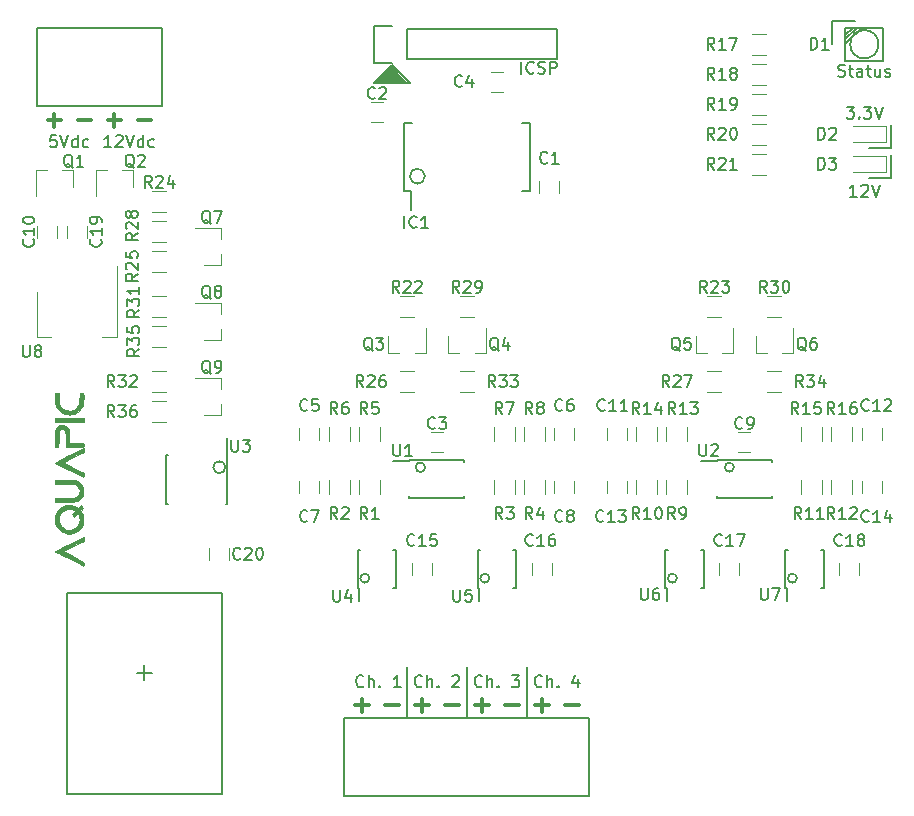
<source format=gto>
G04 #@! TF.FileFunction,Legend,Top*
%FSLAX46Y46*%
G04 Gerber Fmt 4.6, Leading zero omitted, Abs format (unit mm)*
G04 Created by KiCad (PCBNEW 4.0.2+dfsg1-stable) date Tue 31 Jul 2018 02:10:04 PM EDT*
%MOMM*%
G01*
G04 APERTURE LIST*
%ADD10C,0.127000*%
%ADD11C,0.200000*%
%ADD12C,0.300000*%
%ADD13C,0.203200*%
%ADD14C,0.152400*%
%ADD15C,0.120000*%
%ADD16C,0.150000*%
%ADD17C,0.010000*%
G04 APERTURE END LIST*
D10*
D11*
X36449000Y56134000D02*
G75*
G03X36449000Y56134000I-635000J0D01*
G01*
X75946000Y56007000D02*
X75946000Y57912000D01*
X74041000Y56007000D02*
X75946000Y56007000D01*
X75946000Y58547000D02*
X75946000Y60452000D01*
X75819000Y58547000D02*
X75946000Y58547000D01*
X74041000Y58547000D02*
X75819000Y58547000D01*
X62611000Y31496000D02*
G75*
G03X62611000Y31496000I-381000J0D01*
G01*
X36469609Y31496000D02*
G75*
G03X36469609Y31496000I-401609J0D01*
G01*
X19558000Y31496000D02*
G75*
G03X19558000Y31496000I-508000J0D01*
G01*
X31750000Y22098000D02*
G75*
G03X31750000Y22098000I-381000J0D01*
G01*
X41910000Y22098000D02*
G75*
G03X41910000Y22098000I-381000J0D01*
G01*
X57785000Y22098000D02*
G75*
G03X57785000Y22098000I-381000J0D01*
G01*
X67945000Y22098000D02*
G75*
G03X67945000Y22098000I-381000J0D01*
G01*
D12*
X48323572Y11322857D02*
X49466429Y11322857D01*
X43243572Y11322857D02*
X44386429Y11322857D01*
X38163572Y11322857D02*
X39306429Y11322857D01*
X33083572Y11322857D02*
X34226429Y11322857D01*
X45783572Y11322857D02*
X46926429Y11322857D01*
X46355000Y10751429D02*
X46355000Y11894286D01*
X40703572Y11322857D02*
X41846429Y11322857D01*
X41275000Y10751429D02*
X41275000Y11894286D01*
X35623572Y11322857D02*
X36766429Y11322857D01*
X36195000Y10751429D02*
X36195000Y11894286D01*
X30543572Y11322857D02*
X31686429Y11322857D01*
X31115000Y10751429D02*
X31115000Y11894286D01*
D11*
X34925000Y10287000D02*
X34925000Y14605000D01*
X45085000Y10287000D02*
X45085000Y14605000D01*
X40005000Y10287000D02*
X40005000Y14605000D01*
D13*
X46367095Y12972143D02*
X46318714Y12923762D01*
X46173571Y12875381D01*
X46076809Y12875381D01*
X45931667Y12923762D01*
X45834905Y13020524D01*
X45786524Y13117286D01*
X45738143Y13310810D01*
X45738143Y13455952D01*
X45786524Y13649476D01*
X45834905Y13746238D01*
X45931667Y13843000D01*
X46076809Y13891381D01*
X46173571Y13891381D01*
X46318714Y13843000D01*
X46367095Y13794619D01*
X46802524Y12875381D02*
X46802524Y13891381D01*
X47237952Y12875381D02*
X47237952Y13407571D01*
X47189571Y13504333D01*
X47092809Y13552714D01*
X46947667Y13552714D01*
X46850905Y13504333D01*
X46802524Y13455952D01*
X47721762Y12972143D02*
X47770143Y12923762D01*
X47721762Y12875381D01*
X47673381Y12923762D01*
X47721762Y12972143D01*
X47721762Y12875381D01*
X49415095Y13552714D02*
X49415095Y12875381D01*
X49173191Y13939762D02*
X48931286Y13214048D01*
X49560238Y13214048D01*
X41287095Y12972143D02*
X41238714Y12923762D01*
X41093571Y12875381D01*
X40996809Y12875381D01*
X40851667Y12923762D01*
X40754905Y13020524D01*
X40706524Y13117286D01*
X40658143Y13310810D01*
X40658143Y13455952D01*
X40706524Y13649476D01*
X40754905Y13746238D01*
X40851667Y13843000D01*
X40996809Y13891381D01*
X41093571Y13891381D01*
X41238714Y13843000D01*
X41287095Y13794619D01*
X41722524Y12875381D02*
X41722524Y13891381D01*
X42157952Y12875381D02*
X42157952Y13407571D01*
X42109571Y13504333D01*
X42012809Y13552714D01*
X41867667Y13552714D01*
X41770905Y13504333D01*
X41722524Y13455952D01*
X42641762Y12972143D02*
X42690143Y12923762D01*
X42641762Y12875381D01*
X42593381Y12923762D01*
X42641762Y12972143D01*
X42641762Y12875381D01*
X43802905Y13891381D02*
X44431857Y13891381D01*
X44093191Y13504333D01*
X44238333Y13504333D01*
X44335095Y13455952D01*
X44383476Y13407571D01*
X44431857Y13310810D01*
X44431857Y13068905D01*
X44383476Y12972143D01*
X44335095Y12923762D01*
X44238333Y12875381D01*
X43948048Y12875381D01*
X43851286Y12923762D01*
X43802905Y12972143D01*
X36207095Y12972143D02*
X36158714Y12923762D01*
X36013571Y12875381D01*
X35916809Y12875381D01*
X35771667Y12923762D01*
X35674905Y13020524D01*
X35626524Y13117286D01*
X35578143Y13310810D01*
X35578143Y13455952D01*
X35626524Y13649476D01*
X35674905Y13746238D01*
X35771667Y13843000D01*
X35916809Y13891381D01*
X36013571Y13891381D01*
X36158714Y13843000D01*
X36207095Y13794619D01*
X36642524Y12875381D02*
X36642524Y13891381D01*
X37077952Y12875381D02*
X37077952Y13407571D01*
X37029571Y13504333D01*
X36932809Y13552714D01*
X36787667Y13552714D01*
X36690905Y13504333D01*
X36642524Y13455952D01*
X37561762Y12972143D02*
X37610143Y12923762D01*
X37561762Y12875381D01*
X37513381Y12923762D01*
X37561762Y12972143D01*
X37561762Y12875381D01*
X38771286Y13794619D02*
X38819667Y13843000D01*
X38916429Y13891381D01*
X39158333Y13891381D01*
X39255095Y13843000D01*
X39303476Y13794619D01*
X39351857Y13697857D01*
X39351857Y13601095D01*
X39303476Y13455952D01*
X38722905Y12875381D01*
X39351857Y12875381D01*
X31254095Y12972143D02*
X31205714Y12923762D01*
X31060571Y12875381D01*
X30963809Y12875381D01*
X30818667Y12923762D01*
X30721905Y13020524D01*
X30673524Y13117286D01*
X30625143Y13310810D01*
X30625143Y13455952D01*
X30673524Y13649476D01*
X30721905Y13746238D01*
X30818667Y13843000D01*
X30963809Y13891381D01*
X31060571Y13891381D01*
X31205714Y13843000D01*
X31254095Y13794619D01*
X31689524Y12875381D02*
X31689524Y13891381D01*
X32124952Y12875381D02*
X32124952Y13407571D01*
X32076571Y13504333D01*
X31979809Y13552714D01*
X31834667Y13552714D01*
X31737905Y13504333D01*
X31689524Y13455952D01*
X32608762Y12972143D02*
X32657143Y12923762D01*
X32608762Y12875381D01*
X32560381Y12923762D01*
X32608762Y12972143D01*
X32608762Y12875381D01*
X34398857Y12875381D02*
X33818286Y12875381D01*
X34108572Y12875381D02*
X34108572Y13891381D01*
X34011810Y13746238D01*
X33915048Y13649476D01*
X33818286Y13601095D01*
D14*
X9906000Y58595381D02*
X9325429Y58595381D01*
X9615715Y58595381D02*
X9615715Y59611381D01*
X9518953Y59466238D01*
X9422191Y59369476D01*
X9325429Y59321095D01*
X10293048Y59514619D02*
X10341429Y59563000D01*
X10438191Y59611381D01*
X10680095Y59611381D01*
X10776857Y59563000D01*
X10825238Y59514619D01*
X10873619Y59417857D01*
X10873619Y59321095D01*
X10825238Y59175952D01*
X10244667Y58595381D01*
X10873619Y58595381D01*
X11163905Y59611381D02*
X11502572Y58595381D01*
X11841238Y59611381D01*
X12615333Y58595381D02*
X12615333Y59611381D01*
X12615333Y58643762D02*
X12518571Y58595381D01*
X12325048Y58595381D01*
X12228286Y58643762D01*
X12179905Y58692143D01*
X12131524Y58788905D01*
X12131524Y59079190D01*
X12179905Y59175952D01*
X12228286Y59224333D01*
X12325048Y59272714D01*
X12518571Y59272714D01*
X12615333Y59224333D01*
X13534571Y58643762D02*
X13437809Y58595381D01*
X13244286Y58595381D01*
X13147524Y58643762D01*
X13099143Y58692143D01*
X13050762Y58788905D01*
X13050762Y59079190D01*
X13099143Y59175952D01*
X13147524Y59224333D01*
X13244286Y59272714D01*
X13437809Y59272714D01*
X13534571Y59224333D01*
X5261429Y59611381D02*
X4777620Y59611381D01*
X4729239Y59127571D01*
X4777620Y59175952D01*
X4874382Y59224333D01*
X5116286Y59224333D01*
X5213048Y59175952D01*
X5261429Y59127571D01*
X5309810Y59030810D01*
X5309810Y58788905D01*
X5261429Y58692143D01*
X5213048Y58643762D01*
X5116286Y58595381D01*
X4874382Y58595381D01*
X4777620Y58643762D01*
X4729239Y58692143D01*
X5600096Y59611381D02*
X5938763Y58595381D01*
X6277429Y59611381D01*
X7051524Y58595381D02*
X7051524Y59611381D01*
X7051524Y58643762D02*
X6954762Y58595381D01*
X6761239Y58595381D01*
X6664477Y58643762D01*
X6616096Y58692143D01*
X6567715Y58788905D01*
X6567715Y59079190D01*
X6616096Y59175952D01*
X6664477Y59224333D01*
X6761239Y59272714D01*
X6954762Y59272714D01*
X7051524Y59224333D01*
X7970762Y58643762D02*
X7874000Y58595381D01*
X7680477Y58595381D01*
X7583715Y58643762D01*
X7535334Y58692143D01*
X7486953Y58788905D01*
X7486953Y59079190D01*
X7535334Y59175952D01*
X7583715Y59224333D01*
X7680477Y59272714D01*
X7874000Y59272714D01*
X7970762Y59224333D01*
X72160191Y62024381D02*
X72789143Y62024381D01*
X72450477Y61637333D01*
X72595619Y61637333D01*
X72692381Y61588952D01*
X72740762Y61540571D01*
X72789143Y61443810D01*
X72789143Y61201905D01*
X72740762Y61105143D01*
X72692381Y61056762D01*
X72595619Y61008381D01*
X72305334Y61008381D01*
X72208572Y61056762D01*
X72160191Y61105143D01*
X73224572Y61105143D02*
X73272953Y61056762D01*
X73224572Y61008381D01*
X73176191Y61056762D01*
X73224572Y61105143D01*
X73224572Y61008381D01*
X73611620Y62024381D02*
X74240572Y62024381D01*
X73901906Y61637333D01*
X74047048Y61637333D01*
X74143810Y61588952D01*
X74192191Y61540571D01*
X74240572Y61443810D01*
X74240572Y61201905D01*
X74192191Y61105143D01*
X74143810Y61056762D01*
X74047048Y61008381D01*
X73756763Y61008381D01*
X73660001Y61056762D01*
X73611620Y61105143D01*
X74530858Y62024381D02*
X74869525Y61008381D01*
X75208191Y62024381D01*
D12*
X9588572Y60852857D02*
X10731429Y60852857D01*
X10160000Y60281429D02*
X10160000Y61424286D01*
X12128572Y60852857D02*
X13271429Y60852857D01*
D11*
X34544000Y64135000D02*
X34671000Y64262000D01*
X34290000Y64135000D02*
X34544000Y64389000D01*
X34036000Y64135000D02*
X34417000Y64516000D01*
X34798000Y64135000D02*
X32385000Y64135000D01*
X35179000Y64008000D02*
X32131000Y64008000D01*
X32766000Y64135000D02*
X33782000Y65151000D01*
X33655000Y65532000D02*
X32131000Y64008000D01*
X32512000Y64135000D02*
X33655000Y65278000D01*
X33655000Y65278000D02*
X33655000Y65405000D01*
X33528000Y64135000D02*
X34163000Y64770000D01*
X33274000Y64135000D02*
X34036000Y64897000D01*
X33020000Y64135000D02*
X33909000Y65024000D01*
D12*
X7048572Y60852857D02*
X8191429Y60852857D01*
X4508572Y60852857D02*
X5651429Y60852857D01*
X5080000Y60281429D02*
X5080000Y61424286D01*
D14*
X71458668Y64612762D02*
X71603811Y64564381D01*
X71845715Y64564381D01*
X71942477Y64612762D01*
X71990858Y64661143D01*
X72039239Y64757905D01*
X72039239Y64854667D01*
X71990858Y64951429D01*
X71942477Y64999810D01*
X71845715Y65048190D01*
X71652192Y65096571D01*
X71555430Y65144952D01*
X71507049Y65193333D01*
X71458668Y65290095D01*
X71458668Y65386857D01*
X71507049Y65483619D01*
X71555430Y65532000D01*
X71652192Y65580381D01*
X71894096Y65580381D01*
X72039239Y65532000D01*
X72329525Y65241714D02*
X72716573Y65241714D01*
X72474668Y65580381D02*
X72474668Y64709524D01*
X72523049Y64612762D01*
X72619811Y64564381D01*
X72716573Y64564381D01*
X73490667Y64564381D02*
X73490667Y65096571D01*
X73442286Y65193333D01*
X73345524Y65241714D01*
X73152001Y65241714D01*
X73055239Y65193333D01*
X73490667Y64612762D02*
X73393905Y64564381D01*
X73152001Y64564381D01*
X73055239Y64612762D01*
X73006858Y64709524D01*
X73006858Y64806286D01*
X73055239Y64903048D01*
X73152001Y64951429D01*
X73393905Y64951429D01*
X73490667Y64999810D01*
X73829334Y65241714D02*
X74216382Y65241714D01*
X73974477Y65580381D02*
X73974477Y64709524D01*
X74022858Y64612762D01*
X74119620Y64564381D01*
X74216382Y64564381D01*
X74990476Y65241714D02*
X74990476Y64564381D01*
X74555048Y65241714D02*
X74555048Y64709524D01*
X74603429Y64612762D01*
X74700191Y64564381D01*
X74845333Y64564381D01*
X74942095Y64612762D01*
X74990476Y64661143D01*
X75425905Y64612762D02*
X75522667Y64564381D01*
X75716191Y64564381D01*
X75812952Y64612762D01*
X75861333Y64709524D01*
X75861333Y64757905D01*
X75812952Y64854667D01*
X75716191Y64903048D01*
X75571048Y64903048D01*
X75474286Y64951429D01*
X75425905Y65048190D01*
X75425905Y65096571D01*
X75474286Y65193333D01*
X75571048Y65241714D01*
X75716191Y65241714D01*
X75812952Y65193333D01*
X73031048Y54404381D02*
X72450477Y54404381D01*
X72740763Y54404381D02*
X72740763Y55420381D01*
X72644001Y55275238D01*
X72547239Y55178476D01*
X72450477Y55130095D01*
X73418096Y55323619D02*
X73466477Y55372000D01*
X73563239Y55420381D01*
X73805143Y55420381D01*
X73901905Y55372000D01*
X73950286Y55323619D01*
X73998667Y55226857D01*
X73998667Y55130095D01*
X73950286Y54984952D01*
X73369715Y54404381D01*
X73998667Y54404381D01*
X74288953Y55420381D02*
X74627620Y54404381D01*
X74966286Y55420381D01*
D11*
X34798000Y64135000D02*
X33655000Y65278000D01*
X33782000Y64135000D02*
X34290000Y64643000D01*
X33655000Y65532000D02*
X35179000Y64008000D01*
D15*
X30090000Y30445000D02*
X30090000Y29245000D01*
X28330000Y29245000D02*
X28330000Y30445000D01*
X19175000Y48585000D02*
X19175000Y49515000D01*
X19175000Y51745000D02*
X19175000Y50815000D01*
X19175000Y51745000D02*
X17015000Y51745000D01*
X19175000Y48585000D02*
X17715000Y48585000D01*
D16*
X34680000Y54910000D02*
X35255000Y54910000D01*
X34680000Y60660000D02*
X35330000Y60660000D01*
X45330000Y60660000D02*
X44680000Y60660000D01*
X45330000Y54910000D02*
X44680000Y54910000D01*
X34680000Y54910000D02*
X34680000Y60660000D01*
X45330000Y54910000D02*
X45330000Y60660000D01*
X35255000Y54910000D02*
X35255000Y53310000D01*
D15*
X60360000Y45965000D02*
X61560000Y45965000D01*
X61560000Y44205000D02*
X60360000Y44205000D01*
X14570000Y48015000D02*
X13370000Y48015000D01*
X13370000Y49775000D02*
X14570000Y49775000D01*
X13370000Y52315000D02*
X14570000Y52315000D01*
X14570000Y50555000D02*
X13370000Y50555000D01*
X14570000Y53095000D02*
X13370000Y53095000D01*
X13370000Y54855000D02*
X14570000Y54855000D01*
D17*
G36*
X5140686Y24385380D02*
X5193153Y24413969D01*
X5275847Y24457253D01*
X5384881Y24513302D01*
X5516368Y24580188D01*
X5666421Y24655981D01*
X5831152Y24738752D01*
X6006674Y24826570D01*
X6189100Y24917507D01*
X6374543Y25009633D01*
X6559116Y25101019D01*
X6738931Y25189734D01*
X6910102Y25273850D01*
X7068741Y25351437D01*
X7210961Y25420565D01*
X7332875Y25479306D01*
X7430596Y25525729D01*
X7500236Y25557905D01*
X7537908Y25573905D01*
X7543540Y25575237D01*
X7549751Y25549238D01*
X7554337Y25492328D01*
X7556448Y25415924D01*
X7556500Y25401557D01*
X7556500Y25240837D01*
X6688673Y24807336D01*
X5820846Y24373836D01*
X6683381Y23939710D01*
X7545916Y23505583D01*
X7552020Y23345882D01*
X7553248Y23267432D01*
X7550903Y23206349D01*
X7545493Y23174139D01*
X7544352Y23172408D01*
X7524009Y23179526D01*
X7469756Y23203780D01*
X7385482Y23243242D01*
X7275074Y23295984D01*
X7142421Y23360077D01*
X6991412Y23433594D01*
X6825934Y23514607D01*
X6649876Y23601187D01*
X6467125Y23691407D01*
X6281570Y23783338D01*
X6097100Y23875053D01*
X5917602Y23964623D01*
X5746965Y24050120D01*
X5589077Y24129616D01*
X5447826Y24201184D01*
X5327100Y24262895D01*
X5230788Y24312821D01*
X5162777Y24349034D01*
X5126957Y24369606D01*
X5122333Y24373416D01*
X5140686Y24385380D01*
X5140686Y24385380D01*
G37*
X5140686Y24385380D02*
X5193153Y24413969D01*
X5275847Y24457253D01*
X5384881Y24513302D01*
X5516368Y24580188D01*
X5666421Y24655981D01*
X5831152Y24738752D01*
X6006674Y24826570D01*
X6189100Y24917507D01*
X6374543Y25009633D01*
X6559116Y25101019D01*
X6738931Y25189734D01*
X6910102Y25273850D01*
X7068741Y25351437D01*
X7210961Y25420565D01*
X7332875Y25479306D01*
X7430596Y25525729D01*
X7500236Y25557905D01*
X7537908Y25573905D01*
X7543540Y25575237D01*
X7549751Y25549238D01*
X7554337Y25492328D01*
X7556448Y25415924D01*
X7556500Y25401557D01*
X7556500Y25240837D01*
X6688673Y24807336D01*
X5820846Y24373836D01*
X6683381Y23939710D01*
X7545916Y23505583D01*
X7552020Y23345882D01*
X7553248Y23267432D01*
X7550903Y23206349D01*
X7545493Y23174139D01*
X7544352Y23172408D01*
X7524009Y23179526D01*
X7469756Y23203780D01*
X7385482Y23243242D01*
X7275074Y23295984D01*
X7142421Y23360077D01*
X6991412Y23433594D01*
X6825934Y23514607D01*
X6649876Y23601187D01*
X6467125Y23691407D01*
X6281570Y23783338D01*
X6097100Y23875053D01*
X5917602Y23964623D01*
X5746965Y24050120D01*
X5589077Y24129616D01*
X5447826Y24201184D01*
X5327100Y24262895D01*
X5230788Y24312821D01*
X5162777Y24349034D01*
X5126957Y24369606D01*
X5122333Y24373416D01*
X5140686Y24385380D01*
G36*
X5140898Y27285783D02*
X5198263Y27492278D01*
X5291303Y27686833D01*
X5417830Y27864525D01*
X5575656Y28020432D01*
X5699551Y28111369D01*
X5886701Y28207841D01*
X6088748Y28267716D01*
X6299232Y28290949D01*
X6511697Y28277496D01*
X6719684Y28227313D01*
X6916733Y28140354D01*
X6951836Y28120013D01*
X7077423Y28044251D01*
X7324079Y28288333D01*
X7544999Y28067413D01*
X7300917Y27820757D01*
X7376679Y27695170D01*
X7469473Y27500844D01*
X7524889Y27289323D01*
X7542072Y27064825D01*
X7533489Y26924000D01*
X7490363Y26720903D01*
X7410517Y26530758D01*
X7298551Y26357312D01*
X7159067Y26204311D01*
X6996663Y26075501D01*
X6815940Y25974627D01*
X6621499Y25905438D01*
X6417939Y25871679D01*
X6303483Y25872825D01*
X6303483Y26194671D01*
X6483425Y26205642D01*
X6654947Y26252527D01*
X6813374Y26333310D01*
X6954036Y26445978D01*
X7072259Y26588513D01*
X7163369Y26758900D01*
X7189324Y26828750D01*
X7204567Y26905609D01*
X7211700Y27014703D01*
X7211216Y27114500D01*
X7205720Y27222185D01*
X7194828Y27303389D01*
X7175408Y27373902D01*
X7145072Y27447875D01*
X7113446Y27513887D01*
X7087531Y27561300D01*
X7072792Y27580147D01*
X7072565Y27580167D01*
X7053206Y27566180D01*
X7011102Y27528503D01*
X6953260Y27473559D01*
X6910802Y27431887D01*
X6761527Y27283607D01*
X6540597Y27507315D01*
X6688715Y27654298D01*
X6751591Y27717982D01*
X6801216Y27770699D01*
X6831086Y27805399D01*
X6836833Y27814833D01*
X6819048Y27829676D01*
X6772464Y27855456D01*
X6708464Y27885994D01*
X6524891Y27947109D01*
X6341649Y27968538D01*
X6163336Y27952712D01*
X5994549Y27902061D01*
X5839886Y27819017D01*
X5703945Y27706011D01*
X5591322Y27565474D01*
X5506616Y27399837D01*
X5456670Y27224048D01*
X5444697Y27048240D01*
X5471081Y26872939D01*
X5532320Y26704967D01*
X5624912Y26551146D01*
X5745353Y26418296D01*
X5890142Y26313239D01*
X5937025Y26288538D01*
X6119792Y26221631D01*
X6303483Y26194671D01*
X6303483Y25872825D01*
X6243426Y25873427D01*
X6024938Y25913806D01*
X5820556Y25990808D01*
X5634428Y26100731D01*
X5470701Y26239873D01*
X5333522Y26404532D01*
X5227038Y26591006D01*
X5155397Y26795594D01*
X5141944Y26856667D01*
X5121396Y27072272D01*
X5140898Y27285783D01*
X5140898Y27285783D01*
G37*
X5140898Y27285783D02*
X5198263Y27492278D01*
X5291303Y27686833D01*
X5417830Y27864525D01*
X5575656Y28020432D01*
X5699551Y28111369D01*
X5886701Y28207841D01*
X6088748Y28267716D01*
X6299232Y28290949D01*
X6511697Y28277496D01*
X6719684Y28227313D01*
X6916733Y28140354D01*
X6951836Y28120013D01*
X7077423Y28044251D01*
X7324079Y28288333D01*
X7544999Y28067413D01*
X7300917Y27820757D01*
X7376679Y27695170D01*
X7469473Y27500844D01*
X7524889Y27289323D01*
X7542072Y27064825D01*
X7533489Y26924000D01*
X7490363Y26720903D01*
X7410517Y26530758D01*
X7298551Y26357312D01*
X7159067Y26204311D01*
X6996663Y26075501D01*
X6815940Y25974627D01*
X6621499Y25905438D01*
X6417939Y25871679D01*
X6303483Y25872825D01*
X6303483Y26194671D01*
X6483425Y26205642D01*
X6654947Y26252527D01*
X6813374Y26333310D01*
X6954036Y26445978D01*
X7072259Y26588513D01*
X7163369Y26758900D01*
X7189324Y26828750D01*
X7204567Y26905609D01*
X7211700Y27014703D01*
X7211216Y27114500D01*
X7205720Y27222185D01*
X7194828Y27303389D01*
X7175408Y27373902D01*
X7145072Y27447875D01*
X7113446Y27513887D01*
X7087531Y27561300D01*
X7072792Y27580147D01*
X7072565Y27580167D01*
X7053206Y27566180D01*
X7011102Y27528503D01*
X6953260Y27473559D01*
X6910802Y27431887D01*
X6761527Y27283607D01*
X6540597Y27507315D01*
X6688715Y27654298D01*
X6751591Y27717982D01*
X6801216Y27770699D01*
X6831086Y27805399D01*
X6836833Y27814833D01*
X6819048Y27829676D01*
X6772464Y27855456D01*
X6708464Y27885994D01*
X6524891Y27947109D01*
X6341649Y27968538D01*
X6163336Y27952712D01*
X5994549Y27902061D01*
X5839886Y27819017D01*
X5703945Y27706011D01*
X5591322Y27565474D01*
X5506616Y27399837D01*
X5456670Y27224048D01*
X5444697Y27048240D01*
X5471081Y26872939D01*
X5532320Y26704967D01*
X5624912Y26551146D01*
X5745353Y26418296D01*
X5890142Y26313239D01*
X5937025Y26288538D01*
X6119792Y26221631D01*
X6303483Y26194671D01*
X6303483Y25872825D01*
X6243426Y25873427D01*
X6024938Y25913806D01*
X5820556Y25990808D01*
X5634428Y26100731D01*
X5470701Y26239873D01*
X5333522Y26404532D01*
X5227038Y26591006D01*
X5155397Y26795594D01*
X5141944Y26856667D01*
X5121396Y27072272D01*
X5140898Y27285783D01*
G36*
X5953125Y28896999D02*
X6172524Y28898822D01*
X6353993Y28900823D01*
X6501930Y28903654D01*
X6620735Y28907969D01*
X6714807Y28914421D01*
X6788548Y28923663D01*
X6846354Y28936348D01*
X6892628Y28953129D01*
X6931767Y28974660D01*
X6968172Y29001593D01*
X7006243Y29034582D01*
X7031126Y29057023D01*
X7130793Y29173463D01*
X7192494Y29308500D01*
X7215841Y29461232D01*
X7216016Y29485167D01*
X7211374Y29569399D01*
X7200784Y29646671D01*
X7189764Y29690146D01*
X7122122Y29817851D01*
X7023701Y29929345D01*
X6920215Y30003750D01*
X6805083Y30067250D01*
X5963708Y30073453D01*
X5122333Y30079657D01*
X5122333Y30397100D01*
X6868583Y30384750D01*
X7011962Y30316834D01*
X7177130Y30216438D01*
X7315286Y30087238D01*
X7423531Y29934690D01*
X7498964Y29764250D01*
X7538688Y29581375D01*
X7539802Y29391519D01*
X7532663Y29337000D01*
X7484005Y29164302D01*
X7399064Y29003586D01*
X7283437Y28860647D01*
X7142722Y28741283D01*
X6982514Y28651289D01*
X6819916Y28598818D01*
X6763306Y28591777D01*
X6666435Y28585893D01*
X6531360Y28581219D01*
X6360140Y28577809D01*
X6154831Y28575718D01*
X5917491Y28575000D01*
X5122333Y28575000D01*
X5122333Y28890238D01*
X5953125Y28896999D01*
X5953125Y28896999D01*
G37*
X5953125Y28896999D02*
X6172524Y28898822D01*
X6353993Y28900823D01*
X6501930Y28903654D01*
X6620735Y28907969D01*
X6714807Y28914421D01*
X6788548Y28923663D01*
X6846354Y28936348D01*
X6892628Y28953129D01*
X6931767Y28974660D01*
X6968172Y29001593D01*
X7006243Y29034582D01*
X7031126Y29057023D01*
X7130793Y29173463D01*
X7192494Y29308500D01*
X7215841Y29461232D01*
X7216016Y29485167D01*
X7211374Y29569399D01*
X7200784Y29646671D01*
X7189764Y29690146D01*
X7122122Y29817851D01*
X7023701Y29929345D01*
X6920215Y30003750D01*
X6805083Y30067250D01*
X5963708Y30073453D01*
X5122333Y30079657D01*
X5122333Y30397100D01*
X6868583Y30384750D01*
X7011962Y30316834D01*
X7177130Y30216438D01*
X7315286Y30087238D01*
X7423531Y29934690D01*
X7498964Y29764250D01*
X7538688Y29581375D01*
X7539802Y29391519D01*
X7532663Y29337000D01*
X7484005Y29164302D01*
X7399064Y29003586D01*
X7283437Y28860647D01*
X7142722Y28741283D01*
X6982514Y28651289D01*
X6819916Y28598818D01*
X6763306Y28591777D01*
X6666435Y28585893D01*
X6531360Y28581219D01*
X6360140Y28577809D01*
X6154831Y28575718D01*
X5917491Y28575000D01*
X5122333Y28575000D01*
X5122333Y28890238D01*
X5953125Y28896999D01*
G36*
X6323542Y32498771D02*
X6534209Y32604036D01*
X6733578Y32703499D01*
X6918447Y32795572D01*
X7085611Y32878666D01*
X7231867Y32951195D01*
X7354012Y33011569D01*
X7448842Y33058201D01*
X7513153Y33089503D01*
X7543741Y33103886D01*
X7545843Y33104667D01*
X7550792Y33085171D01*
X7554518Y33033364D01*
X7556392Y32959260D01*
X7556500Y32935299D01*
X7556500Y32765931D01*
X6699250Y32337462D01*
X6523070Y32249173D01*
X6359088Y32166549D01*
X6211077Y32091525D01*
X6082810Y32026033D01*
X5978062Y31972008D01*
X5900606Y31931383D01*
X5854214Y31906093D01*
X5842000Y31898167D01*
X5860325Y31886782D01*
X5912787Y31858490D01*
X5995611Y31815223D01*
X6105024Y31758917D01*
X6237252Y31691504D01*
X6388523Y31614918D01*
X6555062Y31531093D01*
X6699250Y31458871D01*
X7556500Y31030402D01*
X7556500Y30861034D01*
X7554298Y30769304D01*
X7547205Y30715045D01*
X7534488Y30693597D01*
X7530041Y30692826D01*
X7506946Y30702284D01*
X7449318Y30729172D01*
X7360433Y30771877D01*
X7243568Y30828791D01*
X7102000Y30898303D01*
X6939007Y30978803D01*
X6757865Y31068681D01*
X6561852Y31166326D01*
X6354243Y31270129D01*
X6307740Y31293430D01*
X5111898Y31892875D01*
X6323542Y32498771D01*
X6323542Y32498771D01*
G37*
X6323542Y32498771D02*
X6534209Y32604036D01*
X6733578Y32703499D01*
X6918447Y32795572D01*
X7085611Y32878666D01*
X7231867Y32951195D01*
X7354012Y33011569D01*
X7448842Y33058201D01*
X7513153Y33089503D01*
X7543741Y33103886D01*
X7545843Y33104667D01*
X7550792Y33085171D01*
X7554518Y33033364D01*
X7556392Y32959260D01*
X7556500Y32935299D01*
X7556500Y32765931D01*
X6699250Y32337462D01*
X6523070Y32249173D01*
X6359088Y32166549D01*
X6211077Y32091525D01*
X6082810Y32026033D01*
X5978062Y31972008D01*
X5900606Y31931383D01*
X5854214Y31906093D01*
X5842000Y31898167D01*
X5860325Y31886782D01*
X5912787Y31858490D01*
X5995611Y31815223D01*
X6105024Y31758917D01*
X6237252Y31691504D01*
X6388523Y31614918D01*
X6555062Y31531093D01*
X6699250Y31458871D01*
X7556500Y31030402D01*
X7556500Y30861034D01*
X7554298Y30769304D01*
X7547205Y30715045D01*
X7534488Y30693597D01*
X7530041Y30692826D01*
X7506946Y30702284D01*
X7449318Y30729172D01*
X7360433Y30771877D01*
X7243568Y30828791D01*
X7102000Y30898303D01*
X6939007Y30978803D01*
X6757865Y31068681D01*
X6561852Y31166326D01*
X6354243Y31270129D01*
X6307740Y31293430D01*
X5111898Y31892875D01*
X6323542Y32498771D01*
G36*
X5122707Y34091474D02*
X5124405Y34261047D01*
X5128288Y34398099D01*
X5135220Y34507535D01*
X5146063Y34594259D01*
X5161679Y34663177D01*
X5182931Y34719193D01*
X5210683Y34767213D01*
X5245795Y34812141D01*
X5289131Y34858881D01*
X5294693Y34864608D01*
X5421660Y34967608D01*
X5560882Y35032326D01*
X5706732Y35058747D01*
X5853583Y35046854D01*
X5995808Y34996631D01*
X6127782Y34908062D01*
X6171387Y34867106D01*
X6218957Y34816174D01*
X6256453Y34767788D01*
X6285183Y34716062D01*
X6306454Y34655111D01*
X6321572Y34579052D01*
X6331847Y34481999D01*
X6338583Y34358067D01*
X6343090Y34201371D01*
X6345359Y34083951D01*
X6354333Y33570985D01*
X6950124Y33565367D01*
X7545916Y33559750D01*
X7552047Y33410658D01*
X7553106Y33334717D01*
X7550089Y33276159D01*
X7543647Y33247097D01*
X7543228Y33246617D01*
X7519297Y33243148D01*
X7457929Y33239963D01*
X7364019Y33237160D01*
X7242461Y33234833D01*
X7098151Y33233078D01*
X6935984Y33231993D01*
X6780388Y33231667D01*
X6032500Y33231667D01*
X6032500Y33812708D01*
X6031852Y34015262D01*
X6029521Y34180138D01*
X6024929Y34311975D01*
X6017494Y34415412D01*
X6006636Y34495091D01*
X5991776Y34555652D01*
X5972334Y34601733D01*
X5947729Y34637976D01*
X5926517Y34660559D01*
X5844746Y34711797D01*
X5746552Y34733106D01*
X5646885Y34722978D01*
X5582404Y34695249D01*
X5547391Y34672426D01*
X5519172Y34648672D01*
X5496926Y34619338D01*
X5479833Y34579775D01*
X5467070Y34525336D01*
X5457818Y34451370D01*
X5451256Y34353229D01*
X5446562Y34226265D01*
X5442916Y34065827D01*
X5439833Y33887833D01*
X5429250Y33242250D01*
X5275791Y33236031D01*
X5122333Y33229812D01*
X5122333Y33884475D01*
X5122707Y34091474D01*
X5122707Y34091474D01*
G37*
X5122707Y34091474D02*
X5124405Y34261047D01*
X5128288Y34398099D01*
X5135220Y34507535D01*
X5146063Y34594259D01*
X5161679Y34663177D01*
X5182931Y34719193D01*
X5210683Y34767213D01*
X5245795Y34812141D01*
X5289131Y34858881D01*
X5294693Y34864608D01*
X5421660Y34967608D01*
X5560882Y35032326D01*
X5706732Y35058747D01*
X5853583Y35046854D01*
X5995808Y34996631D01*
X6127782Y34908062D01*
X6171387Y34867106D01*
X6218957Y34816174D01*
X6256453Y34767788D01*
X6285183Y34716062D01*
X6306454Y34655111D01*
X6321572Y34579052D01*
X6331847Y34481999D01*
X6338583Y34358067D01*
X6343090Y34201371D01*
X6345359Y34083951D01*
X6354333Y33570985D01*
X6950124Y33565367D01*
X7545916Y33559750D01*
X7552047Y33410658D01*
X7553106Y33334717D01*
X7550089Y33276159D01*
X7543647Y33247097D01*
X7543228Y33246617D01*
X7519297Y33243148D01*
X7457929Y33239963D01*
X7364019Y33237160D01*
X7242461Y33234833D01*
X7098151Y33233078D01*
X6935984Y33231993D01*
X6780388Y33231667D01*
X6032500Y33231667D01*
X6032500Y33812708D01*
X6031852Y34015262D01*
X6029521Y34180138D01*
X6024929Y34311975D01*
X6017494Y34415412D01*
X6006636Y34495091D01*
X5991776Y34555652D01*
X5972334Y34601733D01*
X5947729Y34637976D01*
X5926517Y34660559D01*
X5844746Y34711797D01*
X5746552Y34733106D01*
X5646885Y34722978D01*
X5582404Y34695249D01*
X5547391Y34672426D01*
X5519172Y34648672D01*
X5496926Y34619338D01*
X5479833Y34579775D01*
X5467070Y34525336D01*
X5457818Y34451370D01*
X5451256Y34353229D01*
X5446562Y34226265D01*
X5442916Y34065827D01*
X5439833Y33887833D01*
X5429250Y33242250D01*
X5275791Y33236031D01*
X5122333Y33229812D01*
X5122333Y33884475D01*
X5122707Y34091474D01*
G36*
X7556500Y35665833D02*
X7556500Y35348333D01*
X5122333Y35348333D01*
X5122333Y35665833D01*
X7556500Y35665833D01*
X7556500Y35665833D01*
G37*
X7556500Y35665833D02*
X7556500Y35348333D01*
X5122333Y35348333D01*
X5122333Y35665833D01*
X7556500Y35665833D01*
G36*
X5286375Y37778135D02*
X5439833Y37784354D01*
X5439833Y37428041D01*
X5443386Y37229592D01*
X5455297Y37066109D01*
X5477443Y36930721D01*
X5511701Y36816560D01*
X5559947Y36716757D01*
X5624059Y36624441D01*
X5675790Y36564479D01*
X5816658Y36437325D01*
X5970754Y36348892D01*
X6141874Y36297662D01*
X6333814Y36282116D01*
X6378649Y36283309D01*
X6484896Y36290423D01*
X6566208Y36303422D01*
X6639934Y36326192D01*
X6714929Y36358618D01*
X6876619Y36457283D01*
X7013093Y36589027D01*
X7121438Y36750945D01*
X7134868Y36777219D01*
X7207250Y36924133D01*
X7228416Y37771917D01*
X7545916Y37771917D01*
X7548787Y37454417D01*
X7548659Y37330303D01*
X7546321Y37209705D01*
X7542148Y37104397D01*
X7536515Y37026153D01*
X7534623Y37009917D01*
X7484948Y36793671D01*
X7398058Y36592429D01*
X7277713Y36410551D01*
X7127673Y36252394D01*
X6951695Y36122319D01*
X6753540Y36024683D01*
X6656916Y35992137D01*
X6527222Y35966651D01*
X6376014Y35955875D01*
X6220936Y35959806D01*
X6079628Y35978438D01*
X6023023Y35992264D01*
X5810846Y36075587D01*
X5619306Y36192907D01*
X5452577Y36340297D01*
X5314834Y36513829D01*
X5210252Y36709575D01*
X5181900Y36783635D01*
X5164972Y36835885D01*
X5152449Y36885559D01*
X5143676Y36940229D01*
X5137998Y37007468D01*
X5134757Y37094847D01*
X5133300Y37209937D01*
X5132969Y37348583D01*
X5132916Y37771917D01*
X5286375Y37778135D01*
X5286375Y37778135D01*
G37*
X5286375Y37778135D02*
X5439833Y37784354D01*
X5439833Y37428041D01*
X5443386Y37229592D01*
X5455297Y37066109D01*
X5477443Y36930721D01*
X5511701Y36816560D01*
X5559947Y36716757D01*
X5624059Y36624441D01*
X5675790Y36564479D01*
X5816658Y36437325D01*
X5970754Y36348892D01*
X6141874Y36297662D01*
X6333814Y36282116D01*
X6378649Y36283309D01*
X6484896Y36290423D01*
X6566208Y36303422D01*
X6639934Y36326192D01*
X6714929Y36358618D01*
X6876619Y36457283D01*
X7013093Y36589027D01*
X7121438Y36750945D01*
X7134868Y36777219D01*
X7207250Y36924133D01*
X7228416Y37771917D01*
X7545916Y37771917D01*
X7548787Y37454417D01*
X7548659Y37330303D01*
X7546321Y37209705D01*
X7542148Y37104397D01*
X7536515Y37026153D01*
X7534623Y37009917D01*
X7484948Y36793671D01*
X7398058Y36592429D01*
X7277713Y36410551D01*
X7127673Y36252394D01*
X6951695Y36122319D01*
X6753540Y36024683D01*
X6656916Y35992137D01*
X6527222Y35966651D01*
X6376014Y35955875D01*
X6220936Y35959806D01*
X6079628Y35978438D01*
X6023023Y35992264D01*
X5810846Y36075587D01*
X5619306Y36192907D01*
X5452577Y36340297D01*
X5314834Y36513829D01*
X5210252Y36709575D01*
X5181900Y36783635D01*
X5164972Y36835885D01*
X5152449Y36885559D01*
X5143676Y36940229D01*
X5137998Y37007468D01*
X5134757Y37094847D01*
X5133300Y37209937D01*
X5132969Y37348583D01*
X5132916Y37771917D01*
X5286375Y37778135D01*
D15*
X47840000Y54745000D02*
X47840000Y55745000D01*
X46140000Y55745000D02*
X46140000Y54745000D01*
X31885000Y60745000D02*
X32885000Y60745000D01*
X32885000Y62445000D02*
X31885000Y62445000D01*
X36965000Y32805000D02*
X37965000Y32805000D01*
X37965000Y34505000D02*
X36965000Y34505000D01*
X43045000Y64985000D02*
X42045000Y64985000D01*
X42045000Y63285000D02*
X43045000Y63285000D01*
X27520000Y33790000D02*
X27520000Y34790000D01*
X25820000Y34790000D02*
X25820000Y33790000D01*
X49110000Y33790000D02*
X49110000Y34790000D01*
X47410000Y34790000D02*
X47410000Y33790000D01*
X25820000Y30345000D02*
X25820000Y29345000D01*
X27520000Y29345000D02*
X27520000Y30345000D01*
X47410000Y30345000D02*
X47410000Y29345000D01*
X49110000Y29345000D02*
X49110000Y30345000D01*
X63000000Y32805000D02*
X64000000Y32805000D01*
X64000000Y34505000D02*
X63000000Y34505000D01*
X3595000Y51935000D02*
X3595000Y50935000D01*
X5295000Y50935000D02*
X5295000Y51935000D01*
X53555000Y33790000D02*
X53555000Y34790000D01*
X51855000Y34790000D02*
X51855000Y33790000D01*
X75145000Y33790000D02*
X75145000Y34790000D01*
X73445000Y34790000D02*
X73445000Y33790000D01*
X51855000Y30345000D02*
X51855000Y29345000D01*
X53555000Y29345000D02*
X53555000Y30345000D01*
X73445000Y30345000D02*
X73445000Y29345000D01*
X75145000Y29345000D02*
X75145000Y30345000D01*
X35345000Y23360000D02*
X35345000Y22360000D01*
X37045000Y22360000D02*
X37045000Y23360000D01*
X45505000Y23360000D02*
X45505000Y22360000D01*
X47205000Y22360000D02*
X47205000Y23360000D01*
X61380000Y23360000D02*
X61380000Y22360000D01*
X63080000Y22360000D02*
X63080000Y23360000D01*
X71540000Y23360000D02*
X71540000Y22360000D01*
X73240000Y22360000D02*
X73240000Y23360000D01*
X6135000Y51935000D02*
X6135000Y50935000D01*
X7835000Y50935000D02*
X7835000Y51935000D01*
X19900000Y23630000D02*
X19900000Y24630000D01*
X18200000Y24630000D02*
X18200000Y23630000D01*
X75460000Y58990000D02*
X75460000Y60390000D01*
X75460000Y60390000D02*
X72660000Y60390000D01*
X75460000Y58990000D02*
X72660000Y58990000D01*
X75460000Y56450000D02*
X75460000Y57850000D01*
X75460000Y57850000D02*
X72660000Y57850000D01*
X75460000Y56450000D02*
X72660000Y56450000D01*
D16*
X50365000Y3685000D02*
X29645000Y3685000D01*
X29645000Y3685000D02*
X29645000Y10285000D01*
X29645000Y10285000D02*
X50365000Y10285000D01*
X50365000Y10285000D02*
X50365000Y3685000D01*
X14170000Y68705000D02*
X14170000Y62105000D01*
X14170000Y62105000D02*
X3610000Y62105000D01*
X3610000Y62105000D02*
X3610000Y68705000D01*
X3610000Y68705000D02*
X14170000Y68705000D01*
D15*
X6660000Y56640000D02*
X5730000Y56640000D01*
X3500000Y56640000D02*
X4430000Y56640000D01*
X3500000Y56640000D02*
X3500000Y54480000D01*
X6660000Y56640000D02*
X6660000Y55180000D01*
X11740000Y56640000D02*
X10810000Y56640000D01*
X8580000Y56640000D02*
X9510000Y56640000D01*
X8580000Y56640000D02*
X8580000Y54480000D01*
X11740000Y56640000D02*
X11740000Y55180000D01*
X33345000Y41150000D02*
X34275000Y41150000D01*
X36505000Y41150000D02*
X35575000Y41150000D01*
X36505000Y41150000D02*
X36505000Y43310000D01*
X33345000Y41150000D02*
X33345000Y42610000D01*
X59380000Y41150000D02*
X60310000Y41150000D01*
X62540000Y41150000D02*
X61610000Y41150000D01*
X62540000Y41150000D02*
X62540000Y43310000D01*
X59380000Y41150000D02*
X59380000Y42610000D01*
X38425000Y41150000D02*
X39355000Y41150000D01*
X41585000Y41150000D02*
X40655000Y41150000D01*
X41585000Y41150000D02*
X41585000Y43310000D01*
X38425000Y41150000D02*
X38425000Y42610000D01*
X64460000Y41150000D02*
X65390000Y41150000D01*
X67620000Y41150000D02*
X66690000Y41150000D01*
X67620000Y41150000D02*
X67620000Y43310000D01*
X64460000Y41150000D02*
X64460000Y42610000D01*
X19175000Y42235000D02*
X19175000Y43165000D01*
X19175000Y45395000D02*
X19175000Y44465000D01*
X19175000Y45395000D02*
X17015000Y45395000D01*
X19175000Y42235000D02*
X17715000Y42235000D01*
X19175000Y35885000D02*
X19175000Y36815000D01*
X19175000Y39045000D02*
X19175000Y38115000D01*
X19175000Y39045000D02*
X17015000Y39045000D01*
X19175000Y35885000D02*
X17715000Y35885000D01*
X32630000Y30445000D02*
X32630000Y29245000D01*
X30870000Y29245000D02*
X30870000Y30445000D01*
X44060000Y30445000D02*
X44060000Y29245000D01*
X42300000Y29245000D02*
X42300000Y30445000D01*
X46600000Y30445000D02*
X46600000Y29245000D01*
X44840000Y29245000D02*
X44840000Y30445000D01*
X30870000Y33690000D02*
X30870000Y34890000D01*
X32630000Y34890000D02*
X32630000Y33690000D01*
X30090000Y34890000D02*
X30090000Y33690000D01*
X28330000Y33690000D02*
X28330000Y34890000D01*
X42300000Y33690000D02*
X42300000Y34890000D01*
X44060000Y34890000D02*
X44060000Y33690000D01*
X46600000Y34890000D02*
X46600000Y33690000D01*
X44840000Y33690000D02*
X44840000Y34890000D01*
X58665000Y30445000D02*
X58665000Y29245000D01*
X56905000Y29245000D02*
X56905000Y30445000D01*
X56125000Y30445000D02*
X56125000Y29245000D01*
X54365000Y29245000D02*
X54365000Y30445000D01*
X70095000Y30445000D02*
X70095000Y29245000D01*
X68335000Y29245000D02*
X68335000Y30445000D01*
X72635000Y30445000D02*
X72635000Y29245000D01*
X70875000Y29245000D02*
X70875000Y30445000D01*
X56905000Y33690000D02*
X56905000Y34890000D01*
X58665000Y34890000D02*
X58665000Y33690000D01*
X56125000Y34890000D02*
X56125000Y33690000D01*
X54365000Y33690000D02*
X54365000Y34890000D01*
X68335000Y33690000D02*
X68335000Y34890000D01*
X70095000Y34890000D02*
X70095000Y33690000D01*
X72635000Y34890000D02*
X72635000Y33690000D01*
X70875000Y33690000D02*
X70875000Y34890000D01*
X64170000Y65650000D02*
X65370000Y65650000D01*
X65370000Y63890000D02*
X64170000Y63890000D01*
X64170000Y63110000D02*
X65370000Y63110000D01*
X65370000Y61350000D02*
X64170000Y61350000D01*
X64170000Y68190000D02*
X65370000Y68190000D01*
X65370000Y66430000D02*
X64170000Y66430000D01*
X65370000Y58810000D02*
X64170000Y58810000D01*
X64170000Y60570000D02*
X65370000Y60570000D01*
X65370000Y56270000D02*
X64170000Y56270000D01*
X64170000Y58030000D02*
X65370000Y58030000D01*
X34325000Y45965000D02*
X35525000Y45965000D01*
X35525000Y44205000D02*
X34325000Y44205000D01*
X34325000Y39615000D02*
X35525000Y39615000D01*
X35525000Y37855000D02*
X34325000Y37855000D01*
X60360000Y39615000D02*
X61560000Y39615000D01*
X61560000Y37855000D02*
X60360000Y37855000D01*
X39405000Y45965000D02*
X40605000Y45965000D01*
X40605000Y44205000D02*
X39405000Y44205000D01*
X65440000Y45965000D02*
X66640000Y45965000D01*
X66640000Y44205000D02*
X65440000Y44205000D01*
X14570000Y44205000D02*
X13370000Y44205000D01*
X13370000Y45965000D02*
X14570000Y45965000D01*
X14570000Y37855000D02*
X13370000Y37855000D01*
X13370000Y39615000D02*
X14570000Y39615000D01*
X40605000Y37855000D02*
X39405000Y37855000D01*
X39405000Y39615000D02*
X40605000Y39615000D01*
X66640000Y37855000D02*
X65440000Y37855000D01*
X65440000Y39615000D02*
X66640000Y39615000D01*
X14570000Y41665000D02*
X13370000Y41665000D01*
X13370000Y43425000D02*
X14570000Y43425000D01*
X14570000Y35315000D02*
X13370000Y35315000D01*
X13370000Y37075000D02*
X14570000Y37075000D01*
D16*
X35140000Y32105000D02*
X35140000Y32005000D01*
X39790000Y32105000D02*
X39790000Y31905000D01*
X39790000Y28855000D02*
X39790000Y29055000D01*
X35140000Y28855000D02*
X35140000Y29055000D01*
X35140000Y32105000D02*
X39790000Y32105000D01*
X35140000Y28855000D02*
X39790000Y28855000D01*
X35140000Y32005000D02*
X33790000Y32005000D01*
X61175000Y32105000D02*
X61175000Y32005000D01*
X65825000Y32105000D02*
X65825000Y31905000D01*
X65825000Y28855000D02*
X65825000Y29055000D01*
X61175000Y28855000D02*
X61175000Y29055000D01*
X61175000Y32105000D02*
X65825000Y32105000D01*
X61175000Y28855000D02*
X65825000Y28855000D01*
X61175000Y32005000D02*
X59825000Y32005000D01*
X30760000Y21235000D02*
X30885000Y21235000D01*
X30760000Y24485000D02*
X30985000Y24485000D01*
X34010000Y24485000D02*
X33785000Y24485000D01*
X34010000Y21235000D02*
X33785000Y21235000D01*
X30760000Y21235000D02*
X30760000Y24485000D01*
X34010000Y21235000D02*
X34010000Y24485000D01*
X30885000Y21235000D02*
X30885000Y20160000D01*
X56795000Y21235000D02*
X56920000Y21235000D01*
X56795000Y24485000D02*
X57020000Y24485000D01*
X60045000Y24485000D02*
X59820000Y24485000D01*
X60045000Y21235000D02*
X59820000Y21235000D01*
X56795000Y21235000D02*
X56795000Y24485000D01*
X60045000Y21235000D02*
X60045000Y24485000D01*
X56920000Y21235000D02*
X56920000Y20160000D01*
X40920000Y21235000D02*
X41045000Y21235000D01*
X40920000Y24485000D02*
X41145000Y24485000D01*
X44170000Y24485000D02*
X43945000Y24485000D01*
X44170000Y21235000D02*
X43945000Y21235000D01*
X40920000Y21235000D02*
X40920000Y24485000D01*
X44170000Y21235000D02*
X44170000Y24485000D01*
X41045000Y21235000D02*
X41045000Y20160000D01*
X66955000Y21235000D02*
X67080000Y21235000D01*
X66955000Y24485000D02*
X67180000Y24485000D01*
X70205000Y24485000D02*
X69980000Y24485000D01*
X70205000Y21235000D02*
X69980000Y21235000D01*
X66955000Y21235000D02*
X66955000Y24485000D01*
X70205000Y21235000D02*
X70205000Y24485000D01*
X67080000Y21235000D02*
X67080000Y20160000D01*
X70910000Y67310000D02*
X70910000Y69310000D01*
X70910000Y69310000D02*
X72910000Y69310000D01*
X72060000Y68110000D02*
X72660000Y68710000D01*
X72060000Y67710000D02*
X73060000Y68710000D01*
X72060000Y67310000D02*
X73460000Y68710000D01*
X74860000Y67310000D02*
G75*
G03X74860000Y67310000I-1200000J0D01*
G01*
X75260000Y65910000D02*
X75260000Y68710000D01*
X75260000Y68710000D02*
X72060000Y68710000D01*
X72060000Y68710000D02*
X72060000Y65910000D01*
X72060000Y65910000D02*
X75260000Y65910000D01*
X12700000Y14745005D02*
X12700000Y13475005D01*
X12065000Y14110005D02*
X13335000Y14110005D01*
X6150000Y14110005D02*
X6150000Y3810005D01*
X6150000Y3810005D02*
X19250000Y3810005D01*
X19250000Y3810005D02*
X19250000Y14110005D01*
X6150000Y14110005D02*
X6150000Y20810005D01*
X6150000Y20810005D02*
X19250000Y20810005D01*
X19250000Y20810005D02*
X19250000Y14110005D01*
X19720000Y32555000D02*
X19670000Y32555000D01*
X19720000Y28405000D02*
X19575000Y28405000D01*
X14570000Y28405000D02*
X14715000Y28405000D01*
X14570000Y32555000D02*
X14715000Y32555000D01*
X19720000Y32555000D02*
X19720000Y28405000D01*
X14570000Y32555000D02*
X14570000Y28405000D01*
X19670000Y32555000D02*
X19670000Y33955000D01*
D15*
X3575000Y42540000D02*
X4835000Y42540000D01*
X10395000Y42540000D02*
X9135000Y42540000D01*
X3575000Y46300000D02*
X3575000Y42540000D01*
X10395000Y48550000D02*
X10395000Y42540000D01*
D16*
X34925000Y68580000D02*
X47625000Y68580000D01*
X47625000Y68580000D02*
X47625000Y66040000D01*
X47625000Y66040000D02*
X34925000Y66040000D01*
X32105000Y68860000D02*
X33655000Y68860000D01*
X34925000Y68580000D02*
X34925000Y66040000D01*
X33655000Y65760000D02*
X32105000Y65760000D01*
X32105000Y65760000D02*
X32105000Y68860000D01*
X29043334Y27106619D02*
X28710000Y27582810D01*
X28471905Y27106619D02*
X28471905Y28106619D01*
X28852858Y28106619D01*
X28948096Y28059000D01*
X28995715Y28011381D01*
X29043334Y27916143D01*
X29043334Y27773286D01*
X28995715Y27678048D01*
X28948096Y27630429D01*
X28852858Y27582810D01*
X28471905Y27582810D01*
X29424286Y28011381D02*
X29471905Y28059000D01*
X29567143Y28106619D01*
X29805239Y28106619D01*
X29900477Y28059000D01*
X29948096Y28011381D01*
X29995715Y27916143D01*
X29995715Y27820905D01*
X29948096Y27678048D01*
X29376667Y27106619D01*
X29995715Y27106619D01*
X18319762Y52117381D02*
X18224524Y52165000D01*
X18129286Y52260238D01*
X17986429Y52403095D01*
X17891190Y52450714D01*
X17795952Y52450714D01*
X17843571Y52212619D02*
X17748333Y52260238D01*
X17653095Y52355476D01*
X17605476Y52545952D01*
X17605476Y52879286D01*
X17653095Y53069762D01*
X17748333Y53165000D01*
X17843571Y53212619D01*
X18034048Y53212619D01*
X18129286Y53165000D01*
X18224524Y53069762D01*
X18272143Y52879286D01*
X18272143Y52545952D01*
X18224524Y52355476D01*
X18129286Y52260238D01*
X18034048Y52212619D01*
X17843571Y52212619D01*
X18605476Y53212619D02*
X19272143Y53212619D01*
X18843571Y52212619D01*
X34710810Y51744619D02*
X34710810Y52744619D01*
X35758429Y51839857D02*
X35710810Y51792238D01*
X35567953Y51744619D01*
X35472715Y51744619D01*
X35329857Y51792238D01*
X35234619Y51887476D01*
X35187000Y51982714D01*
X35139381Y52173190D01*
X35139381Y52316048D01*
X35187000Y52506524D01*
X35234619Y52601762D01*
X35329857Y52697000D01*
X35472715Y52744619D01*
X35567953Y52744619D01*
X35710810Y52697000D01*
X35758429Y52649381D01*
X36710810Y51744619D02*
X36139381Y51744619D01*
X36425095Y51744619D02*
X36425095Y52744619D01*
X36329857Y52601762D01*
X36234619Y52506524D01*
X36139381Y52458905D01*
X60317143Y46283619D02*
X59983809Y46759810D01*
X59745714Y46283619D02*
X59745714Y47283619D01*
X60126667Y47283619D01*
X60221905Y47236000D01*
X60269524Y47188381D01*
X60317143Y47093143D01*
X60317143Y46950286D01*
X60269524Y46855048D01*
X60221905Y46807429D01*
X60126667Y46759810D01*
X59745714Y46759810D01*
X60698095Y47188381D02*
X60745714Y47236000D01*
X60840952Y47283619D01*
X61079048Y47283619D01*
X61174286Y47236000D01*
X61221905Y47188381D01*
X61269524Y47093143D01*
X61269524Y46997905D01*
X61221905Y46855048D01*
X60650476Y46283619D01*
X61269524Y46283619D01*
X61602857Y47283619D02*
X62221905Y47283619D01*
X61888571Y46902667D01*
X62031429Y46902667D01*
X62126667Y46855048D01*
X62174286Y46807429D01*
X62221905Y46712190D01*
X62221905Y46474095D01*
X62174286Y46378857D01*
X62126667Y46331238D01*
X62031429Y46283619D01*
X61745714Y46283619D01*
X61650476Y46331238D01*
X61602857Y46378857D01*
X12136381Y51300143D02*
X11660190Y50966809D01*
X12136381Y50728714D02*
X11136381Y50728714D01*
X11136381Y51109667D01*
X11184000Y51204905D01*
X11231619Y51252524D01*
X11326857Y51300143D01*
X11469714Y51300143D01*
X11564952Y51252524D01*
X11612571Y51204905D01*
X11660190Y51109667D01*
X11660190Y50728714D01*
X11231619Y51681095D02*
X11184000Y51728714D01*
X11136381Y51823952D01*
X11136381Y52062048D01*
X11184000Y52157286D01*
X11231619Y52204905D01*
X11326857Y52252524D01*
X11422095Y52252524D01*
X11564952Y52204905D01*
X12136381Y51633476D01*
X12136381Y52252524D01*
X11564952Y52823952D02*
X11517333Y52728714D01*
X11469714Y52681095D01*
X11374476Y52633476D01*
X11326857Y52633476D01*
X11231619Y52681095D01*
X11184000Y52728714D01*
X11136381Y52823952D01*
X11136381Y53014429D01*
X11184000Y53109667D01*
X11231619Y53157286D01*
X11326857Y53204905D01*
X11374476Y53204905D01*
X11469714Y53157286D01*
X11517333Y53109667D01*
X11564952Y53014429D01*
X11564952Y52823952D01*
X11612571Y52728714D01*
X11660190Y52681095D01*
X11755429Y52633476D01*
X11945905Y52633476D01*
X12041143Y52681095D01*
X12088762Y52728714D01*
X12136381Y52823952D01*
X12136381Y53014429D01*
X12088762Y53109667D01*
X12041143Y53157286D01*
X11945905Y53204905D01*
X11755429Y53204905D01*
X11660190Y53157286D01*
X11612571Y53109667D01*
X11564952Y53014429D01*
X12136381Y47871143D02*
X11660190Y47537809D01*
X12136381Y47299714D02*
X11136381Y47299714D01*
X11136381Y47680667D01*
X11184000Y47775905D01*
X11231619Y47823524D01*
X11326857Y47871143D01*
X11469714Y47871143D01*
X11564952Y47823524D01*
X11612571Y47775905D01*
X11660190Y47680667D01*
X11660190Y47299714D01*
X11231619Y48252095D02*
X11184000Y48299714D01*
X11136381Y48394952D01*
X11136381Y48633048D01*
X11184000Y48728286D01*
X11231619Y48775905D01*
X11326857Y48823524D01*
X11422095Y48823524D01*
X11564952Y48775905D01*
X12136381Y48204476D01*
X12136381Y48823524D01*
X11136381Y49728286D02*
X11136381Y49252095D01*
X11612571Y49204476D01*
X11564952Y49252095D01*
X11517333Y49347333D01*
X11517333Y49585429D01*
X11564952Y49680667D01*
X11612571Y49728286D01*
X11707810Y49775905D01*
X11945905Y49775905D01*
X12041143Y49728286D01*
X12088762Y49680667D01*
X12136381Y49585429D01*
X12136381Y49347333D01*
X12088762Y49252095D01*
X12041143Y49204476D01*
X13327143Y55172619D02*
X12993809Y55648810D01*
X12755714Y55172619D02*
X12755714Y56172619D01*
X13136667Y56172619D01*
X13231905Y56125000D01*
X13279524Y56077381D01*
X13327143Y55982143D01*
X13327143Y55839286D01*
X13279524Y55744048D01*
X13231905Y55696429D01*
X13136667Y55648810D01*
X12755714Y55648810D01*
X13708095Y56077381D02*
X13755714Y56125000D01*
X13850952Y56172619D01*
X14089048Y56172619D01*
X14184286Y56125000D01*
X14231905Y56077381D01*
X14279524Y55982143D01*
X14279524Y55886905D01*
X14231905Y55744048D01*
X13660476Y55172619D01*
X14279524Y55172619D01*
X15136667Y55839286D02*
X15136667Y55172619D01*
X14898571Y56220238D02*
X14660476Y55505952D01*
X15279524Y55505952D01*
X46823334Y57300857D02*
X46775715Y57253238D01*
X46632858Y57205619D01*
X46537620Y57205619D01*
X46394762Y57253238D01*
X46299524Y57348476D01*
X46251905Y57443714D01*
X46204286Y57634190D01*
X46204286Y57777048D01*
X46251905Y57967524D01*
X46299524Y58062762D01*
X46394762Y58158000D01*
X46537620Y58205619D01*
X46632858Y58205619D01*
X46775715Y58158000D01*
X46823334Y58110381D01*
X47775715Y57205619D02*
X47204286Y57205619D01*
X47490000Y57205619D02*
X47490000Y58205619D01*
X47394762Y58062762D01*
X47299524Y57967524D01*
X47204286Y57919905D01*
X32218334Y62761857D02*
X32170715Y62714238D01*
X32027858Y62666619D01*
X31932620Y62666619D01*
X31789762Y62714238D01*
X31694524Y62809476D01*
X31646905Y62904714D01*
X31599286Y63095190D01*
X31599286Y63238048D01*
X31646905Y63428524D01*
X31694524Y63523762D01*
X31789762Y63619000D01*
X31932620Y63666619D01*
X32027858Y63666619D01*
X32170715Y63619000D01*
X32218334Y63571381D01*
X32599286Y63571381D02*
X32646905Y63619000D01*
X32742143Y63666619D01*
X32980239Y63666619D01*
X33075477Y63619000D01*
X33123096Y63571381D01*
X33170715Y63476143D01*
X33170715Y63380905D01*
X33123096Y63238048D01*
X32551667Y62666619D01*
X33170715Y62666619D01*
X37298334Y34821857D02*
X37250715Y34774238D01*
X37107858Y34726619D01*
X37012620Y34726619D01*
X36869762Y34774238D01*
X36774524Y34869476D01*
X36726905Y34964714D01*
X36679286Y35155190D01*
X36679286Y35298048D01*
X36726905Y35488524D01*
X36774524Y35583762D01*
X36869762Y35679000D01*
X37012620Y35726619D01*
X37107858Y35726619D01*
X37250715Y35679000D01*
X37298334Y35631381D01*
X37631667Y35726619D02*
X38250715Y35726619D01*
X37917381Y35345667D01*
X38060239Y35345667D01*
X38155477Y35298048D01*
X38203096Y35250429D01*
X38250715Y35155190D01*
X38250715Y34917095D01*
X38203096Y34821857D01*
X38155477Y34774238D01*
X38060239Y34726619D01*
X37774524Y34726619D01*
X37679286Y34774238D01*
X37631667Y34821857D01*
X39584334Y63777857D02*
X39536715Y63730238D01*
X39393858Y63682619D01*
X39298620Y63682619D01*
X39155762Y63730238D01*
X39060524Y63825476D01*
X39012905Y63920714D01*
X38965286Y64111190D01*
X38965286Y64254048D01*
X39012905Y64444524D01*
X39060524Y64539762D01*
X39155762Y64635000D01*
X39298620Y64682619D01*
X39393858Y64682619D01*
X39536715Y64635000D01*
X39584334Y64587381D01*
X40441477Y64349286D02*
X40441477Y63682619D01*
X40203381Y64730238D02*
X39965286Y64015952D01*
X40584334Y64015952D01*
X26503334Y36345857D02*
X26455715Y36298238D01*
X26312858Y36250619D01*
X26217620Y36250619D01*
X26074762Y36298238D01*
X25979524Y36393476D01*
X25931905Y36488714D01*
X25884286Y36679190D01*
X25884286Y36822048D01*
X25931905Y37012524D01*
X25979524Y37107762D01*
X26074762Y37203000D01*
X26217620Y37250619D01*
X26312858Y37250619D01*
X26455715Y37203000D01*
X26503334Y37155381D01*
X27408096Y37250619D02*
X26931905Y37250619D01*
X26884286Y36774429D01*
X26931905Y36822048D01*
X27027143Y36869667D01*
X27265239Y36869667D01*
X27360477Y36822048D01*
X27408096Y36774429D01*
X27455715Y36679190D01*
X27455715Y36441095D01*
X27408096Y36345857D01*
X27360477Y36298238D01*
X27265239Y36250619D01*
X27027143Y36250619D01*
X26931905Y36298238D01*
X26884286Y36345857D01*
X48093334Y36345857D02*
X48045715Y36298238D01*
X47902858Y36250619D01*
X47807620Y36250619D01*
X47664762Y36298238D01*
X47569524Y36393476D01*
X47521905Y36488714D01*
X47474286Y36679190D01*
X47474286Y36822048D01*
X47521905Y37012524D01*
X47569524Y37107762D01*
X47664762Y37203000D01*
X47807620Y37250619D01*
X47902858Y37250619D01*
X48045715Y37203000D01*
X48093334Y37155381D01*
X48950477Y37250619D02*
X48760000Y37250619D01*
X48664762Y37203000D01*
X48617143Y37155381D01*
X48521905Y37012524D01*
X48474286Y36822048D01*
X48474286Y36441095D01*
X48521905Y36345857D01*
X48569524Y36298238D01*
X48664762Y36250619D01*
X48855239Y36250619D01*
X48950477Y36298238D01*
X48998096Y36345857D01*
X49045715Y36441095D01*
X49045715Y36679190D01*
X48998096Y36774429D01*
X48950477Y36822048D01*
X48855239Y36869667D01*
X48664762Y36869667D01*
X48569524Y36822048D01*
X48521905Y36774429D01*
X48474286Y36679190D01*
X26503334Y26947857D02*
X26455715Y26900238D01*
X26312858Y26852619D01*
X26217620Y26852619D01*
X26074762Y26900238D01*
X25979524Y26995476D01*
X25931905Y27090714D01*
X25884286Y27281190D01*
X25884286Y27424048D01*
X25931905Y27614524D01*
X25979524Y27709762D01*
X26074762Y27805000D01*
X26217620Y27852619D01*
X26312858Y27852619D01*
X26455715Y27805000D01*
X26503334Y27757381D01*
X26836667Y27852619D02*
X27503334Y27852619D01*
X27074762Y26852619D01*
X48093334Y26947857D02*
X48045715Y26900238D01*
X47902858Y26852619D01*
X47807620Y26852619D01*
X47664762Y26900238D01*
X47569524Y26995476D01*
X47521905Y27090714D01*
X47474286Y27281190D01*
X47474286Y27424048D01*
X47521905Y27614524D01*
X47569524Y27709762D01*
X47664762Y27805000D01*
X47807620Y27852619D01*
X47902858Y27852619D01*
X48045715Y27805000D01*
X48093334Y27757381D01*
X48664762Y27424048D02*
X48569524Y27471667D01*
X48521905Y27519286D01*
X48474286Y27614524D01*
X48474286Y27662143D01*
X48521905Y27757381D01*
X48569524Y27805000D01*
X48664762Y27852619D01*
X48855239Y27852619D01*
X48950477Y27805000D01*
X48998096Y27757381D01*
X49045715Y27662143D01*
X49045715Y27614524D01*
X48998096Y27519286D01*
X48950477Y27471667D01*
X48855239Y27424048D01*
X48664762Y27424048D01*
X48569524Y27376429D01*
X48521905Y27328810D01*
X48474286Y27233571D01*
X48474286Y27043095D01*
X48521905Y26947857D01*
X48569524Y26900238D01*
X48664762Y26852619D01*
X48855239Y26852619D01*
X48950477Y26900238D01*
X48998096Y26947857D01*
X49045715Y27043095D01*
X49045715Y27233571D01*
X48998096Y27328810D01*
X48950477Y27376429D01*
X48855239Y27424048D01*
X63333334Y34821857D02*
X63285715Y34774238D01*
X63142858Y34726619D01*
X63047620Y34726619D01*
X62904762Y34774238D01*
X62809524Y34869476D01*
X62761905Y34964714D01*
X62714286Y35155190D01*
X62714286Y35298048D01*
X62761905Y35488524D01*
X62809524Y35583762D01*
X62904762Y35679000D01*
X63047620Y35726619D01*
X63142858Y35726619D01*
X63285715Y35679000D01*
X63333334Y35631381D01*
X63809524Y34726619D02*
X64000000Y34726619D01*
X64095239Y34774238D01*
X64142858Y34821857D01*
X64238096Y34964714D01*
X64285715Y35155190D01*
X64285715Y35536143D01*
X64238096Y35631381D01*
X64190477Y35679000D01*
X64095239Y35726619D01*
X63904762Y35726619D01*
X63809524Y35679000D01*
X63761905Y35631381D01*
X63714286Y35536143D01*
X63714286Y35298048D01*
X63761905Y35202810D01*
X63809524Y35155190D01*
X63904762Y35107571D01*
X64095239Y35107571D01*
X64190477Y35155190D01*
X64238096Y35202810D01*
X64285715Y35298048D01*
X3302143Y50792143D02*
X3349762Y50744524D01*
X3397381Y50601667D01*
X3397381Y50506429D01*
X3349762Y50363571D01*
X3254524Y50268333D01*
X3159286Y50220714D01*
X2968810Y50173095D01*
X2825952Y50173095D01*
X2635476Y50220714D01*
X2540238Y50268333D01*
X2445000Y50363571D01*
X2397381Y50506429D01*
X2397381Y50601667D01*
X2445000Y50744524D01*
X2492619Y50792143D01*
X3397381Y51744524D02*
X3397381Y51173095D01*
X3397381Y51458809D02*
X2397381Y51458809D01*
X2540238Y51363571D01*
X2635476Y51268333D01*
X2683095Y51173095D01*
X2397381Y52363571D02*
X2397381Y52458810D01*
X2445000Y52554048D01*
X2492619Y52601667D01*
X2587857Y52649286D01*
X2778333Y52696905D01*
X3016429Y52696905D01*
X3206905Y52649286D01*
X3302143Y52601667D01*
X3349762Y52554048D01*
X3397381Y52458810D01*
X3397381Y52363571D01*
X3349762Y52268333D01*
X3302143Y52220714D01*
X3206905Y52173095D01*
X3016429Y52125476D01*
X2778333Y52125476D01*
X2587857Y52173095D01*
X2492619Y52220714D01*
X2445000Y52268333D01*
X2397381Y52363571D01*
X51681143Y36345857D02*
X51633524Y36298238D01*
X51490667Y36250619D01*
X51395429Y36250619D01*
X51252571Y36298238D01*
X51157333Y36393476D01*
X51109714Y36488714D01*
X51062095Y36679190D01*
X51062095Y36822048D01*
X51109714Y37012524D01*
X51157333Y37107762D01*
X51252571Y37203000D01*
X51395429Y37250619D01*
X51490667Y37250619D01*
X51633524Y37203000D01*
X51681143Y37155381D01*
X52633524Y36250619D02*
X52062095Y36250619D01*
X52347809Y36250619D02*
X52347809Y37250619D01*
X52252571Y37107762D01*
X52157333Y37012524D01*
X52062095Y36964905D01*
X53585905Y36250619D02*
X53014476Y36250619D01*
X53300190Y36250619D02*
X53300190Y37250619D01*
X53204952Y37107762D01*
X53109714Y37012524D01*
X53014476Y36964905D01*
X74033143Y36345857D02*
X73985524Y36298238D01*
X73842667Y36250619D01*
X73747429Y36250619D01*
X73604571Y36298238D01*
X73509333Y36393476D01*
X73461714Y36488714D01*
X73414095Y36679190D01*
X73414095Y36822048D01*
X73461714Y37012524D01*
X73509333Y37107762D01*
X73604571Y37203000D01*
X73747429Y37250619D01*
X73842667Y37250619D01*
X73985524Y37203000D01*
X74033143Y37155381D01*
X74985524Y36250619D02*
X74414095Y36250619D01*
X74699809Y36250619D02*
X74699809Y37250619D01*
X74604571Y37107762D01*
X74509333Y37012524D01*
X74414095Y36964905D01*
X75366476Y37155381D02*
X75414095Y37203000D01*
X75509333Y37250619D01*
X75747429Y37250619D01*
X75842667Y37203000D01*
X75890286Y37155381D01*
X75937905Y37060143D01*
X75937905Y36964905D01*
X75890286Y36822048D01*
X75318857Y36250619D01*
X75937905Y36250619D01*
X51554143Y26947857D02*
X51506524Y26900238D01*
X51363667Y26852619D01*
X51268429Y26852619D01*
X51125571Y26900238D01*
X51030333Y26995476D01*
X50982714Y27090714D01*
X50935095Y27281190D01*
X50935095Y27424048D01*
X50982714Y27614524D01*
X51030333Y27709762D01*
X51125571Y27805000D01*
X51268429Y27852619D01*
X51363667Y27852619D01*
X51506524Y27805000D01*
X51554143Y27757381D01*
X52506524Y26852619D02*
X51935095Y26852619D01*
X52220809Y26852619D02*
X52220809Y27852619D01*
X52125571Y27709762D01*
X52030333Y27614524D01*
X51935095Y27566905D01*
X52839857Y27852619D02*
X53458905Y27852619D01*
X53125571Y27471667D01*
X53268429Y27471667D01*
X53363667Y27424048D01*
X53411286Y27376429D01*
X53458905Y27281190D01*
X53458905Y27043095D01*
X53411286Y26947857D01*
X53363667Y26900238D01*
X53268429Y26852619D01*
X52982714Y26852619D01*
X52887476Y26900238D01*
X52839857Y26947857D01*
X74033143Y26947857D02*
X73985524Y26900238D01*
X73842667Y26852619D01*
X73747429Y26852619D01*
X73604571Y26900238D01*
X73509333Y26995476D01*
X73461714Y27090714D01*
X73414095Y27281190D01*
X73414095Y27424048D01*
X73461714Y27614524D01*
X73509333Y27709762D01*
X73604571Y27805000D01*
X73747429Y27852619D01*
X73842667Y27852619D01*
X73985524Y27805000D01*
X74033143Y27757381D01*
X74985524Y26852619D02*
X74414095Y26852619D01*
X74699809Y26852619D02*
X74699809Y27852619D01*
X74604571Y27709762D01*
X74509333Y27614524D01*
X74414095Y27566905D01*
X75842667Y27519286D02*
X75842667Y26852619D01*
X75604571Y27900238D02*
X75366476Y27185952D01*
X75985524Y27185952D01*
X35552143Y24915857D02*
X35504524Y24868238D01*
X35361667Y24820619D01*
X35266429Y24820619D01*
X35123571Y24868238D01*
X35028333Y24963476D01*
X34980714Y25058714D01*
X34933095Y25249190D01*
X34933095Y25392048D01*
X34980714Y25582524D01*
X35028333Y25677762D01*
X35123571Y25773000D01*
X35266429Y25820619D01*
X35361667Y25820619D01*
X35504524Y25773000D01*
X35552143Y25725381D01*
X36504524Y24820619D02*
X35933095Y24820619D01*
X36218809Y24820619D02*
X36218809Y25820619D01*
X36123571Y25677762D01*
X36028333Y25582524D01*
X35933095Y25534905D01*
X37409286Y25820619D02*
X36933095Y25820619D01*
X36885476Y25344429D01*
X36933095Y25392048D01*
X37028333Y25439667D01*
X37266429Y25439667D01*
X37361667Y25392048D01*
X37409286Y25344429D01*
X37456905Y25249190D01*
X37456905Y25011095D01*
X37409286Y24915857D01*
X37361667Y24868238D01*
X37266429Y24820619D01*
X37028333Y24820619D01*
X36933095Y24868238D01*
X36885476Y24915857D01*
X45585143Y24915857D02*
X45537524Y24868238D01*
X45394667Y24820619D01*
X45299429Y24820619D01*
X45156571Y24868238D01*
X45061333Y24963476D01*
X45013714Y25058714D01*
X44966095Y25249190D01*
X44966095Y25392048D01*
X45013714Y25582524D01*
X45061333Y25677762D01*
X45156571Y25773000D01*
X45299429Y25820619D01*
X45394667Y25820619D01*
X45537524Y25773000D01*
X45585143Y25725381D01*
X46537524Y24820619D02*
X45966095Y24820619D01*
X46251809Y24820619D02*
X46251809Y25820619D01*
X46156571Y25677762D01*
X46061333Y25582524D01*
X45966095Y25534905D01*
X47394667Y25820619D02*
X47204190Y25820619D01*
X47108952Y25773000D01*
X47061333Y25725381D01*
X46966095Y25582524D01*
X46918476Y25392048D01*
X46918476Y25011095D01*
X46966095Y24915857D01*
X47013714Y24868238D01*
X47108952Y24820619D01*
X47299429Y24820619D01*
X47394667Y24868238D01*
X47442286Y24915857D01*
X47489905Y25011095D01*
X47489905Y25249190D01*
X47442286Y25344429D01*
X47394667Y25392048D01*
X47299429Y25439667D01*
X47108952Y25439667D01*
X47013714Y25392048D01*
X46966095Y25344429D01*
X46918476Y25249190D01*
X61587143Y24915857D02*
X61539524Y24868238D01*
X61396667Y24820619D01*
X61301429Y24820619D01*
X61158571Y24868238D01*
X61063333Y24963476D01*
X61015714Y25058714D01*
X60968095Y25249190D01*
X60968095Y25392048D01*
X61015714Y25582524D01*
X61063333Y25677762D01*
X61158571Y25773000D01*
X61301429Y25820619D01*
X61396667Y25820619D01*
X61539524Y25773000D01*
X61587143Y25725381D01*
X62539524Y24820619D02*
X61968095Y24820619D01*
X62253809Y24820619D02*
X62253809Y25820619D01*
X62158571Y25677762D01*
X62063333Y25582524D01*
X61968095Y25534905D01*
X62872857Y25820619D02*
X63539524Y25820619D01*
X63110952Y24820619D01*
X71747143Y24915857D02*
X71699524Y24868238D01*
X71556667Y24820619D01*
X71461429Y24820619D01*
X71318571Y24868238D01*
X71223333Y24963476D01*
X71175714Y25058714D01*
X71128095Y25249190D01*
X71128095Y25392048D01*
X71175714Y25582524D01*
X71223333Y25677762D01*
X71318571Y25773000D01*
X71461429Y25820619D01*
X71556667Y25820619D01*
X71699524Y25773000D01*
X71747143Y25725381D01*
X72699524Y24820619D02*
X72128095Y24820619D01*
X72413809Y24820619D02*
X72413809Y25820619D01*
X72318571Y25677762D01*
X72223333Y25582524D01*
X72128095Y25534905D01*
X73270952Y25392048D02*
X73175714Y25439667D01*
X73128095Y25487286D01*
X73080476Y25582524D01*
X73080476Y25630143D01*
X73128095Y25725381D01*
X73175714Y25773000D01*
X73270952Y25820619D01*
X73461429Y25820619D01*
X73556667Y25773000D01*
X73604286Y25725381D01*
X73651905Y25630143D01*
X73651905Y25582524D01*
X73604286Y25487286D01*
X73556667Y25439667D01*
X73461429Y25392048D01*
X73270952Y25392048D01*
X73175714Y25344429D01*
X73128095Y25296810D01*
X73080476Y25201571D01*
X73080476Y25011095D01*
X73128095Y24915857D01*
X73175714Y24868238D01*
X73270952Y24820619D01*
X73461429Y24820619D01*
X73556667Y24868238D01*
X73604286Y24915857D01*
X73651905Y25011095D01*
X73651905Y25201571D01*
X73604286Y25296810D01*
X73556667Y25344429D01*
X73461429Y25392048D01*
X8993143Y50792143D02*
X9040762Y50744524D01*
X9088381Y50601667D01*
X9088381Y50506429D01*
X9040762Y50363571D01*
X8945524Y50268333D01*
X8850286Y50220714D01*
X8659810Y50173095D01*
X8516952Y50173095D01*
X8326476Y50220714D01*
X8231238Y50268333D01*
X8136000Y50363571D01*
X8088381Y50506429D01*
X8088381Y50601667D01*
X8136000Y50744524D01*
X8183619Y50792143D01*
X9088381Y51744524D02*
X9088381Y51173095D01*
X9088381Y51458809D02*
X8088381Y51458809D01*
X8231238Y51363571D01*
X8326476Y51268333D01*
X8374095Y51173095D01*
X9088381Y52220714D02*
X9088381Y52411190D01*
X9040762Y52506429D01*
X8993143Y52554048D01*
X8850286Y52649286D01*
X8659810Y52696905D01*
X8278857Y52696905D01*
X8183619Y52649286D01*
X8136000Y52601667D01*
X8088381Y52506429D01*
X8088381Y52315952D01*
X8136000Y52220714D01*
X8183619Y52173095D01*
X8278857Y52125476D01*
X8516952Y52125476D01*
X8612190Y52173095D01*
X8659810Y52220714D01*
X8707429Y52315952D01*
X8707429Y52506429D01*
X8659810Y52601667D01*
X8612190Y52649286D01*
X8516952Y52696905D01*
X20820143Y23772857D02*
X20772524Y23725238D01*
X20629667Y23677619D01*
X20534429Y23677619D01*
X20391571Y23725238D01*
X20296333Y23820476D01*
X20248714Y23915714D01*
X20201095Y24106190D01*
X20201095Y24249048D01*
X20248714Y24439524D01*
X20296333Y24534762D01*
X20391571Y24630000D01*
X20534429Y24677619D01*
X20629667Y24677619D01*
X20772524Y24630000D01*
X20820143Y24582381D01*
X21201095Y24582381D02*
X21248714Y24630000D01*
X21343952Y24677619D01*
X21582048Y24677619D01*
X21677286Y24630000D01*
X21724905Y24582381D01*
X21772524Y24487143D01*
X21772524Y24391905D01*
X21724905Y24249048D01*
X21153476Y23677619D01*
X21772524Y23677619D01*
X22391571Y24677619D02*
X22486810Y24677619D01*
X22582048Y24630000D01*
X22629667Y24582381D01*
X22677286Y24487143D01*
X22724905Y24296667D01*
X22724905Y24058571D01*
X22677286Y23868095D01*
X22629667Y23772857D01*
X22582048Y23725238D01*
X22486810Y23677619D01*
X22391571Y23677619D01*
X22296333Y23725238D01*
X22248714Y23772857D01*
X22201095Y23868095D01*
X22153476Y24058571D01*
X22153476Y24296667D01*
X22201095Y24487143D01*
X22248714Y24582381D01*
X22296333Y24630000D01*
X22391571Y24677619D01*
X69746905Y59237619D02*
X69746905Y60237619D01*
X69985000Y60237619D01*
X70127858Y60190000D01*
X70223096Y60094762D01*
X70270715Y59999524D01*
X70318334Y59809048D01*
X70318334Y59666190D01*
X70270715Y59475714D01*
X70223096Y59380476D01*
X70127858Y59285238D01*
X69985000Y59237619D01*
X69746905Y59237619D01*
X70699286Y60142381D02*
X70746905Y60190000D01*
X70842143Y60237619D01*
X71080239Y60237619D01*
X71175477Y60190000D01*
X71223096Y60142381D01*
X71270715Y60047143D01*
X71270715Y59951905D01*
X71223096Y59809048D01*
X70651667Y59237619D01*
X71270715Y59237619D01*
X69746905Y56697619D02*
X69746905Y57697619D01*
X69985000Y57697619D01*
X70127858Y57650000D01*
X70223096Y57554762D01*
X70270715Y57459524D01*
X70318334Y57269048D01*
X70318334Y57126190D01*
X70270715Y56935714D01*
X70223096Y56840476D01*
X70127858Y56745238D01*
X69985000Y56697619D01*
X69746905Y56697619D01*
X70651667Y57697619D02*
X71270715Y57697619D01*
X70937381Y57316667D01*
X71080239Y57316667D01*
X71175477Y57269048D01*
X71223096Y57221429D01*
X71270715Y57126190D01*
X71270715Y56888095D01*
X71223096Y56792857D01*
X71175477Y56745238D01*
X71080239Y56697619D01*
X70794524Y56697619D01*
X70699286Y56745238D01*
X70651667Y56792857D01*
X6635762Y56856381D02*
X6540524Y56904000D01*
X6445286Y56999238D01*
X6302429Y57142095D01*
X6207190Y57189714D01*
X6111952Y57189714D01*
X6159571Y56951619D02*
X6064333Y56999238D01*
X5969095Y57094476D01*
X5921476Y57284952D01*
X5921476Y57618286D01*
X5969095Y57808762D01*
X6064333Y57904000D01*
X6159571Y57951619D01*
X6350048Y57951619D01*
X6445286Y57904000D01*
X6540524Y57808762D01*
X6588143Y57618286D01*
X6588143Y57284952D01*
X6540524Y57094476D01*
X6445286Y56999238D01*
X6350048Y56951619D01*
X6159571Y56951619D01*
X7540524Y56951619D02*
X6969095Y56951619D01*
X7254809Y56951619D02*
X7254809Y57951619D01*
X7159571Y57808762D01*
X7064333Y57713524D01*
X6969095Y57665905D01*
X11842762Y56856381D02*
X11747524Y56904000D01*
X11652286Y56999238D01*
X11509429Y57142095D01*
X11414190Y57189714D01*
X11318952Y57189714D01*
X11366571Y56951619D02*
X11271333Y56999238D01*
X11176095Y57094476D01*
X11128476Y57284952D01*
X11128476Y57618286D01*
X11176095Y57808762D01*
X11271333Y57904000D01*
X11366571Y57951619D01*
X11557048Y57951619D01*
X11652286Y57904000D01*
X11747524Y57808762D01*
X11795143Y57618286D01*
X11795143Y57284952D01*
X11747524Y57094476D01*
X11652286Y56999238D01*
X11557048Y56951619D01*
X11366571Y56951619D01*
X12176095Y57856381D02*
X12223714Y57904000D01*
X12318952Y57951619D01*
X12557048Y57951619D01*
X12652286Y57904000D01*
X12699905Y57856381D01*
X12747524Y57761143D01*
X12747524Y57665905D01*
X12699905Y57523048D01*
X12128476Y56951619D01*
X12747524Y56951619D01*
X32035762Y41362381D02*
X31940524Y41410000D01*
X31845286Y41505238D01*
X31702429Y41648095D01*
X31607190Y41695714D01*
X31511952Y41695714D01*
X31559571Y41457619D02*
X31464333Y41505238D01*
X31369095Y41600476D01*
X31321476Y41790952D01*
X31321476Y42124286D01*
X31369095Y42314762D01*
X31464333Y42410000D01*
X31559571Y42457619D01*
X31750048Y42457619D01*
X31845286Y42410000D01*
X31940524Y42314762D01*
X31988143Y42124286D01*
X31988143Y41790952D01*
X31940524Y41600476D01*
X31845286Y41505238D01*
X31750048Y41457619D01*
X31559571Y41457619D01*
X32321476Y42457619D02*
X32940524Y42457619D01*
X32607190Y42076667D01*
X32750048Y42076667D01*
X32845286Y42029048D01*
X32892905Y41981429D01*
X32940524Y41886190D01*
X32940524Y41648095D01*
X32892905Y41552857D01*
X32845286Y41505238D01*
X32750048Y41457619D01*
X32464333Y41457619D01*
X32369095Y41505238D01*
X32321476Y41552857D01*
X58070762Y41362381D02*
X57975524Y41410000D01*
X57880286Y41505238D01*
X57737429Y41648095D01*
X57642190Y41695714D01*
X57546952Y41695714D01*
X57594571Y41457619D02*
X57499333Y41505238D01*
X57404095Y41600476D01*
X57356476Y41790952D01*
X57356476Y42124286D01*
X57404095Y42314762D01*
X57499333Y42410000D01*
X57594571Y42457619D01*
X57785048Y42457619D01*
X57880286Y42410000D01*
X57975524Y42314762D01*
X58023143Y42124286D01*
X58023143Y41790952D01*
X57975524Y41600476D01*
X57880286Y41505238D01*
X57785048Y41457619D01*
X57594571Y41457619D01*
X58927905Y42457619D02*
X58451714Y42457619D01*
X58404095Y41981429D01*
X58451714Y42029048D01*
X58546952Y42076667D01*
X58785048Y42076667D01*
X58880286Y42029048D01*
X58927905Y41981429D01*
X58975524Y41886190D01*
X58975524Y41648095D01*
X58927905Y41552857D01*
X58880286Y41505238D01*
X58785048Y41457619D01*
X58546952Y41457619D01*
X58451714Y41505238D01*
X58404095Y41552857D01*
X42703762Y41362381D02*
X42608524Y41410000D01*
X42513286Y41505238D01*
X42370429Y41648095D01*
X42275190Y41695714D01*
X42179952Y41695714D01*
X42227571Y41457619D02*
X42132333Y41505238D01*
X42037095Y41600476D01*
X41989476Y41790952D01*
X41989476Y42124286D01*
X42037095Y42314762D01*
X42132333Y42410000D01*
X42227571Y42457619D01*
X42418048Y42457619D01*
X42513286Y42410000D01*
X42608524Y42314762D01*
X42656143Y42124286D01*
X42656143Y41790952D01*
X42608524Y41600476D01*
X42513286Y41505238D01*
X42418048Y41457619D01*
X42227571Y41457619D01*
X43513286Y42124286D02*
X43513286Y41457619D01*
X43275190Y42505238D02*
X43037095Y41790952D01*
X43656143Y41790952D01*
X68738762Y41362381D02*
X68643524Y41410000D01*
X68548286Y41505238D01*
X68405429Y41648095D01*
X68310190Y41695714D01*
X68214952Y41695714D01*
X68262571Y41457619D02*
X68167333Y41505238D01*
X68072095Y41600476D01*
X68024476Y41790952D01*
X68024476Y42124286D01*
X68072095Y42314762D01*
X68167333Y42410000D01*
X68262571Y42457619D01*
X68453048Y42457619D01*
X68548286Y42410000D01*
X68643524Y42314762D01*
X68691143Y42124286D01*
X68691143Y41790952D01*
X68643524Y41600476D01*
X68548286Y41505238D01*
X68453048Y41457619D01*
X68262571Y41457619D01*
X69548286Y42457619D02*
X69357809Y42457619D01*
X69262571Y42410000D01*
X69214952Y42362381D01*
X69119714Y42219524D01*
X69072095Y42029048D01*
X69072095Y41648095D01*
X69119714Y41552857D01*
X69167333Y41505238D01*
X69262571Y41457619D01*
X69453048Y41457619D01*
X69548286Y41505238D01*
X69595905Y41552857D01*
X69643524Y41648095D01*
X69643524Y41886190D01*
X69595905Y41981429D01*
X69548286Y42029048D01*
X69453048Y42076667D01*
X69262571Y42076667D01*
X69167333Y42029048D01*
X69119714Y41981429D01*
X69072095Y41886190D01*
X18319762Y45767381D02*
X18224524Y45815000D01*
X18129286Y45910238D01*
X17986429Y46053095D01*
X17891190Y46100714D01*
X17795952Y46100714D01*
X17843571Y45862619D02*
X17748333Y45910238D01*
X17653095Y46005476D01*
X17605476Y46195952D01*
X17605476Y46529286D01*
X17653095Y46719762D01*
X17748333Y46815000D01*
X17843571Y46862619D01*
X18034048Y46862619D01*
X18129286Y46815000D01*
X18224524Y46719762D01*
X18272143Y46529286D01*
X18272143Y46195952D01*
X18224524Y46005476D01*
X18129286Y45910238D01*
X18034048Y45862619D01*
X17843571Y45862619D01*
X18843571Y46434048D02*
X18748333Y46481667D01*
X18700714Y46529286D01*
X18653095Y46624524D01*
X18653095Y46672143D01*
X18700714Y46767381D01*
X18748333Y46815000D01*
X18843571Y46862619D01*
X19034048Y46862619D01*
X19129286Y46815000D01*
X19176905Y46767381D01*
X19224524Y46672143D01*
X19224524Y46624524D01*
X19176905Y46529286D01*
X19129286Y46481667D01*
X19034048Y46434048D01*
X18843571Y46434048D01*
X18748333Y46386429D01*
X18700714Y46338810D01*
X18653095Y46243571D01*
X18653095Y46053095D01*
X18700714Y45957857D01*
X18748333Y45910238D01*
X18843571Y45862619D01*
X19034048Y45862619D01*
X19129286Y45910238D01*
X19176905Y45957857D01*
X19224524Y46053095D01*
X19224524Y46243571D01*
X19176905Y46338810D01*
X19129286Y46386429D01*
X19034048Y46434048D01*
X18319762Y39417381D02*
X18224524Y39465000D01*
X18129286Y39560238D01*
X17986429Y39703095D01*
X17891190Y39750714D01*
X17795952Y39750714D01*
X17843571Y39512619D02*
X17748333Y39560238D01*
X17653095Y39655476D01*
X17605476Y39845952D01*
X17605476Y40179286D01*
X17653095Y40369762D01*
X17748333Y40465000D01*
X17843571Y40512619D01*
X18034048Y40512619D01*
X18129286Y40465000D01*
X18224524Y40369762D01*
X18272143Y40179286D01*
X18272143Y39845952D01*
X18224524Y39655476D01*
X18129286Y39560238D01*
X18034048Y39512619D01*
X17843571Y39512619D01*
X18748333Y39512619D02*
X18938809Y39512619D01*
X19034048Y39560238D01*
X19081667Y39607857D01*
X19176905Y39750714D01*
X19224524Y39941190D01*
X19224524Y40322143D01*
X19176905Y40417381D01*
X19129286Y40465000D01*
X19034048Y40512619D01*
X18843571Y40512619D01*
X18748333Y40465000D01*
X18700714Y40417381D01*
X18653095Y40322143D01*
X18653095Y40084048D01*
X18700714Y39988810D01*
X18748333Y39941190D01*
X18843571Y39893571D01*
X19034048Y39893571D01*
X19129286Y39941190D01*
X19176905Y39988810D01*
X19224524Y40084048D01*
X31583334Y27106619D02*
X31250000Y27582810D01*
X31011905Y27106619D02*
X31011905Y28106619D01*
X31392858Y28106619D01*
X31488096Y28059000D01*
X31535715Y28011381D01*
X31583334Y27916143D01*
X31583334Y27773286D01*
X31535715Y27678048D01*
X31488096Y27630429D01*
X31392858Y27582810D01*
X31011905Y27582810D01*
X32535715Y27106619D02*
X31964286Y27106619D01*
X32250000Y27106619D02*
X32250000Y28106619D01*
X32154762Y27963762D01*
X32059524Y27868524D01*
X31964286Y27820905D01*
X43013334Y27106619D02*
X42680000Y27582810D01*
X42441905Y27106619D02*
X42441905Y28106619D01*
X42822858Y28106619D01*
X42918096Y28059000D01*
X42965715Y28011381D01*
X43013334Y27916143D01*
X43013334Y27773286D01*
X42965715Y27678048D01*
X42918096Y27630429D01*
X42822858Y27582810D01*
X42441905Y27582810D01*
X43346667Y28106619D02*
X43965715Y28106619D01*
X43632381Y27725667D01*
X43775239Y27725667D01*
X43870477Y27678048D01*
X43918096Y27630429D01*
X43965715Y27535190D01*
X43965715Y27297095D01*
X43918096Y27201857D01*
X43870477Y27154238D01*
X43775239Y27106619D01*
X43489524Y27106619D01*
X43394286Y27154238D01*
X43346667Y27201857D01*
X45553334Y27106619D02*
X45220000Y27582810D01*
X44981905Y27106619D02*
X44981905Y28106619D01*
X45362858Y28106619D01*
X45458096Y28059000D01*
X45505715Y28011381D01*
X45553334Y27916143D01*
X45553334Y27773286D01*
X45505715Y27678048D01*
X45458096Y27630429D01*
X45362858Y27582810D01*
X44981905Y27582810D01*
X46410477Y27773286D02*
X46410477Y27106619D01*
X46172381Y28154238D02*
X45934286Y27439952D01*
X46553334Y27439952D01*
X31583334Y35996619D02*
X31250000Y36472810D01*
X31011905Y35996619D02*
X31011905Y36996619D01*
X31392858Y36996619D01*
X31488096Y36949000D01*
X31535715Y36901381D01*
X31583334Y36806143D01*
X31583334Y36663286D01*
X31535715Y36568048D01*
X31488096Y36520429D01*
X31392858Y36472810D01*
X31011905Y36472810D01*
X32488096Y36996619D02*
X32011905Y36996619D01*
X31964286Y36520429D01*
X32011905Y36568048D01*
X32107143Y36615667D01*
X32345239Y36615667D01*
X32440477Y36568048D01*
X32488096Y36520429D01*
X32535715Y36425190D01*
X32535715Y36187095D01*
X32488096Y36091857D01*
X32440477Y36044238D01*
X32345239Y35996619D01*
X32107143Y35996619D01*
X32011905Y36044238D01*
X31964286Y36091857D01*
X29043334Y35996619D02*
X28710000Y36472810D01*
X28471905Y35996619D02*
X28471905Y36996619D01*
X28852858Y36996619D01*
X28948096Y36949000D01*
X28995715Y36901381D01*
X29043334Y36806143D01*
X29043334Y36663286D01*
X28995715Y36568048D01*
X28948096Y36520429D01*
X28852858Y36472810D01*
X28471905Y36472810D01*
X29900477Y36996619D02*
X29710000Y36996619D01*
X29614762Y36949000D01*
X29567143Y36901381D01*
X29471905Y36758524D01*
X29424286Y36568048D01*
X29424286Y36187095D01*
X29471905Y36091857D01*
X29519524Y36044238D01*
X29614762Y35996619D01*
X29805239Y35996619D01*
X29900477Y36044238D01*
X29948096Y36091857D01*
X29995715Y36187095D01*
X29995715Y36425190D01*
X29948096Y36520429D01*
X29900477Y36568048D01*
X29805239Y36615667D01*
X29614762Y36615667D01*
X29519524Y36568048D01*
X29471905Y36520429D01*
X29424286Y36425190D01*
X43013334Y35996619D02*
X42680000Y36472810D01*
X42441905Y35996619D02*
X42441905Y36996619D01*
X42822858Y36996619D01*
X42918096Y36949000D01*
X42965715Y36901381D01*
X43013334Y36806143D01*
X43013334Y36663286D01*
X42965715Y36568048D01*
X42918096Y36520429D01*
X42822858Y36472810D01*
X42441905Y36472810D01*
X43346667Y36996619D02*
X44013334Y36996619D01*
X43584762Y35996619D01*
X45553334Y35996619D02*
X45220000Y36472810D01*
X44981905Y35996619D02*
X44981905Y36996619D01*
X45362858Y36996619D01*
X45458096Y36949000D01*
X45505715Y36901381D01*
X45553334Y36806143D01*
X45553334Y36663286D01*
X45505715Y36568048D01*
X45458096Y36520429D01*
X45362858Y36472810D01*
X44981905Y36472810D01*
X46124762Y36568048D02*
X46029524Y36615667D01*
X45981905Y36663286D01*
X45934286Y36758524D01*
X45934286Y36806143D01*
X45981905Y36901381D01*
X46029524Y36949000D01*
X46124762Y36996619D01*
X46315239Y36996619D01*
X46410477Y36949000D01*
X46458096Y36901381D01*
X46505715Y36806143D01*
X46505715Y36758524D01*
X46458096Y36663286D01*
X46410477Y36615667D01*
X46315239Y36568048D01*
X46124762Y36568048D01*
X46029524Y36520429D01*
X45981905Y36472810D01*
X45934286Y36377571D01*
X45934286Y36187095D01*
X45981905Y36091857D01*
X46029524Y36044238D01*
X46124762Y35996619D01*
X46315239Y35996619D01*
X46410477Y36044238D01*
X46458096Y36091857D01*
X46505715Y36187095D01*
X46505715Y36377571D01*
X46458096Y36472810D01*
X46410477Y36520429D01*
X46315239Y36568048D01*
X57618334Y27106619D02*
X57285000Y27582810D01*
X57046905Y27106619D02*
X57046905Y28106619D01*
X57427858Y28106619D01*
X57523096Y28059000D01*
X57570715Y28011381D01*
X57618334Y27916143D01*
X57618334Y27773286D01*
X57570715Y27678048D01*
X57523096Y27630429D01*
X57427858Y27582810D01*
X57046905Y27582810D01*
X58094524Y27106619D02*
X58285000Y27106619D01*
X58380239Y27154238D01*
X58427858Y27201857D01*
X58523096Y27344714D01*
X58570715Y27535190D01*
X58570715Y27916143D01*
X58523096Y28011381D01*
X58475477Y28059000D01*
X58380239Y28106619D01*
X58189762Y28106619D01*
X58094524Y28059000D01*
X58046905Y28011381D01*
X57999286Y27916143D01*
X57999286Y27678048D01*
X58046905Y27582810D01*
X58094524Y27535190D01*
X58189762Y27487571D01*
X58380239Y27487571D01*
X58475477Y27535190D01*
X58523096Y27582810D01*
X58570715Y27678048D01*
X54602143Y27106619D02*
X54268809Y27582810D01*
X54030714Y27106619D02*
X54030714Y28106619D01*
X54411667Y28106619D01*
X54506905Y28059000D01*
X54554524Y28011381D01*
X54602143Y27916143D01*
X54602143Y27773286D01*
X54554524Y27678048D01*
X54506905Y27630429D01*
X54411667Y27582810D01*
X54030714Y27582810D01*
X55554524Y27106619D02*
X54983095Y27106619D01*
X55268809Y27106619D02*
X55268809Y28106619D01*
X55173571Y27963762D01*
X55078333Y27868524D01*
X54983095Y27820905D01*
X56173571Y28106619D02*
X56268810Y28106619D01*
X56364048Y28059000D01*
X56411667Y28011381D01*
X56459286Y27916143D01*
X56506905Y27725667D01*
X56506905Y27487571D01*
X56459286Y27297095D01*
X56411667Y27201857D01*
X56364048Y27154238D01*
X56268810Y27106619D01*
X56173571Y27106619D01*
X56078333Y27154238D01*
X56030714Y27201857D01*
X55983095Y27297095D01*
X55935476Y27487571D01*
X55935476Y27725667D01*
X55983095Y27916143D01*
X56030714Y28011381D01*
X56078333Y28059000D01*
X56173571Y28106619D01*
X68318143Y27106619D02*
X67984809Y27582810D01*
X67746714Y27106619D02*
X67746714Y28106619D01*
X68127667Y28106619D01*
X68222905Y28059000D01*
X68270524Y28011381D01*
X68318143Y27916143D01*
X68318143Y27773286D01*
X68270524Y27678048D01*
X68222905Y27630429D01*
X68127667Y27582810D01*
X67746714Y27582810D01*
X69270524Y27106619D02*
X68699095Y27106619D01*
X68984809Y27106619D02*
X68984809Y28106619D01*
X68889571Y27963762D01*
X68794333Y27868524D01*
X68699095Y27820905D01*
X70222905Y27106619D02*
X69651476Y27106619D01*
X69937190Y27106619D02*
X69937190Y28106619D01*
X69841952Y27963762D01*
X69746714Y27868524D01*
X69651476Y27820905D01*
X71112143Y27106619D02*
X70778809Y27582810D01*
X70540714Y27106619D02*
X70540714Y28106619D01*
X70921667Y28106619D01*
X71016905Y28059000D01*
X71064524Y28011381D01*
X71112143Y27916143D01*
X71112143Y27773286D01*
X71064524Y27678048D01*
X71016905Y27630429D01*
X70921667Y27582810D01*
X70540714Y27582810D01*
X72064524Y27106619D02*
X71493095Y27106619D01*
X71778809Y27106619D02*
X71778809Y28106619D01*
X71683571Y27963762D01*
X71588333Y27868524D01*
X71493095Y27820905D01*
X72445476Y28011381D02*
X72493095Y28059000D01*
X72588333Y28106619D01*
X72826429Y28106619D01*
X72921667Y28059000D01*
X72969286Y28011381D01*
X73016905Y27916143D01*
X73016905Y27820905D01*
X72969286Y27678048D01*
X72397857Y27106619D01*
X73016905Y27106619D01*
X57650143Y35996619D02*
X57316809Y36472810D01*
X57078714Y35996619D02*
X57078714Y36996619D01*
X57459667Y36996619D01*
X57554905Y36949000D01*
X57602524Y36901381D01*
X57650143Y36806143D01*
X57650143Y36663286D01*
X57602524Y36568048D01*
X57554905Y36520429D01*
X57459667Y36472810D01*
X57078714Y36472810D01*
X58602524Y35996619D02*
X58031095Y35996619D01*
X58316809Y35996619D02*
X58316809Y36996619D01*
X58221571Y36853762D01*
X58126333Y36758524D01*
X58031095Y36710905D01*
X58935857Y36996619D02*
X59554905Y36996619D01*
X59221571Y36615667D01*
X59364429Y36615667D01*
X59459667Y36568048D01*
X59507286Y36520429D01*
X59554905Y36425190D01*
X59554905Y36187095D01*
X59507286Y36091857D01*
X59459667Y36044238D01*
X59364429Y35996619D01*
X59078714Y35996619D01*
X58983476Y36044238D01*
X58935857Y36091857D01*
X54602143Y35996619D02*
X54268809Y36472810D01*
X54030714Y35996619D02*
X54030714Y36996619D01*
X54411667Y36996619D01*
X54506905Y36949000D01*
X54554524Y36901381D01*
X54602143Y36806143D01*
X54602143Y36663286D01*
X54554524Y36568048D01*
X54506905Y36520429D01*
X54411667Y36472810D01*
X54030714Y36472810D01*
X55554524Y35996619D02*
X54983095Y35996619D01*
X55268809Y35996619D02*
X55268809Y36996619D01*
X55173571Y36853762D01*
X55078333Y36758524D01*
X54983095Y36710905D01*
X56411667Y36663286D02*
X56411667Y35996619D01*
X56173571Y37044238D02*
X55935476Y36329952D01*
X56554524Y36329952D01*
X68064143Y35996619D02*
X67730809Y36472810D01*
X67492714Y35996619D02*
X67492714Y36996619D01*
X67873667Y36996619D01*
X67968905Y36949000D01*
X68016524Y36901381D01*
X68064143Y36806143D01*
X68064143Y36663286D01*
X68016524Y36568048D01*
X67968905Y36520429D01*
X67873667Y36472810D01*
X67492714Y36472810D01*
X69016524Y35996619D02*
X68445095Y35996619D01*
X68730809Y35996619D02*
X68730809Y36996619D01*
X68635571Y36853762D01*
X68540333Y36758524D01*
X68445095Y36710905D01*
X69921286Y36996619D02*
X69445095Y36996619D01*
X69397476Y36520429D01*
X69445095Y36568048D01*
X69540333Y36615667D01*
X69778429Y36615667D01*
X69873667Y36568048D01*
X69921286Y36520429D01*
X69968905Y36425190D01*
X69968905Y36187095D01*
X69921286Y36091857D01*
X69873667Y36044238D01*
X69778429Y35996619D01*
X69540333Y35996619D01*
X69445095Y36044238D01*
X69397476Y36091857D01*
X71112143Y35996619D02*
X70778809Y36472810D01*
X70540714Y35996619D02*
X70540714Y36996619D01*
X70921667Y36996619D01*
X71016905Y36949000D01*
X71064524Y36901381D01*
X71112143Y36806143D01*
X71112143Y36663286D01*
X71064524Y36568048D01*
X71016905Y36520429D01*
X70921667Y36472810D01*
X70540714Y36472810D01*
X72064524Y35996619D02*
X71493095Y35996619D01*
X71778809Y35996619D02*
X71778809Y36996619D01*
X71683571Y36853762D01*
X71588333Y36758524D01*
X71493095Y36710905D01*
X72921667Y36996619D02*
X72731190Y36996619D01*
X72635952Y36949000D01*
X72588333Y36901381D01*
X72493095Y36758524D01*
X72445476Y36568048D01*
X72445476Y36187095D01*
X72493095Y36091857D01*
X72540714Y36044238D01*
X72635952Y35996619D01*
X72826429Y35996619D01*
X72921667Y36044238D01*
X72969286Y36091857D01*
X73016905Y36187095D01*
X73016905Y36425190D01*
X72969286Y36520429D01*
X72921667Y36568048D01*
X72826429Y36615667D01*
X72635952Y36615667D01*
X72540714Y36568048D01*
X72493095Y36520429D01*
X72445476Y36425190D01*
X60952143Y64317619D02*
X60618809Y64793810D01*
X60380714Y64317619D02*
X60380714Y65317619D01*
X60761667Y65317619D01*
X60856905Y65270000D01*
X60904524Y65222381D01*
X60952143Y65127143D01*
X60952143Y64984286D01*
X60904524Y64889048D01*
X60856905Y64841429D01*
X60761667Y64793810D01*
X60380714Y64793810D01*
X61904524Y64317619D02*
X61333095Y64317619D01*
X61618809Y64317619D02*
X61618809Y65317619D01*
X61523571Y65174762D01*
X61428333Y65079524D01*
X61333095Y65031905D01*
X62475952Y64889048D02*
X62380714Y64936667D01*
X62333095Y64984286D01*
X62285476Y65079524D01*
X62285476Y65127143D01*
X62333095Y65222381D01*
X62380714Y65270000D01*
X62475952Y65317619D01*
X62666429Y65317619D01*
X62761667Y65270000D01*
X62809286Y65222381D01*
X62856905Y65127143D01*
X62856905Y65079524D01*
X62809286Y64984286D01*
X62761667Y64936667D01*
X62666429Y64889048D01*
X62475952Y64889048D01*
X62380714Y64841429D01*
X62333095Y64793810D01*
X62285476Y64698571D01*
X62285476Y64508095D01*
X62333095Y64412857D01*
X62380714Y64365238D01*
X62475952Y64317619D01*
X62666429Y64317619D01*
X62761667Y64365238D01*
X62809286Y64412857D01*
X62856905Y64508095D01*
X62856905Y64698571D01*
X62809286Y64793810D01*
X62761667Y64841429D01*
X62666429Y64889048D01*
X60952143Y61777619D02*
X60618809Y62253810D01*
X60380714Y61777619D02*
X60380714Y62777619D01*
X60761667Y62777619D01*
X60856905Y62730000D01*
X60904524Y62682381D01*
X60952143Y62587143D01*
X60952143Y62444286D01*
X60904524Y62349048D01*
X60856905Y62301429D01*
X60761667Y62253810D01*
X60380714Y62253810D01*
X61904524Y61777619D02*
X61333095Y61777619D01*
X61618809Y61777619D02*
X61618809Y62777619D01*
X61523571Y62634762D01*
X61428333Y62539524D01*
X61333095Y62491905D01*
X62380714Y61777619D02*
X62571190Y61777619D01*
X62666429Y61825238D01*
X62714048Y61872857D01*
X62809286Y62015714D01*
X62856905Y62206190D01*
X62856905Y62587143D01*
X62809286Y62682381D01*
X62761667Y62730000D01*
X62666429Y62777619D01*
X62475952Y62777619D01*
X62380714Y62730000D01*
X62333095Y62682381D01*
X62285476Y62587143D01*
X62285476Y62349048D01*
X62333095Y62253810D01*
X62380714Y62206190D01*
X62475952Y62158571D01*
X62666429Y62158571D01*
X62761667Y62206190D01*
X62809286Y62253810D01*
X62856905Y62349048D01*
X60952143Y66857619D02*
X60618809Y67333810D01*
X60380714Y66857619D02*
X60380714Y67857619D01*
X60761667Y67857619D01*
X60856905Y67810000D01*
X60904524Y67762381D01*
X60952143Y67667143D01*
X60952143Y67524286D01*
X60904524Y67429048D01*
X60856905Y67381429D01*
X60761667Y67333810D01*
X60380714Y67333810D01*
X61904524Y66857619D02*
X61333095Y66857619D01*
X61618809Y66857619D02*
X61618809Y67857619D01*
X61523571Y67714762D01*
X61428333Y67619524D01*
X61333095Y67571905D01*
X62237857Y67857619D02*
X62904524Y67857619D01*
X62475952Y66857619D01*
X60952143Y59237619D02*
X60618809Y59713810D01*
X60380714Y59237619D02*
X60380714Y60237619D01*
X60761667Y60237619D01*
X60856905Y60190000D01*
X60904524Y60142381D01*
X60952143Y60047143D01*
X60952143Y59904286D01*
X60904524Y59809048D01*
X60856905Y59761429D01*
X60761667Y59713810D01*
X60380714Y59713810D01*
X61333095Y60142381D02*
X61380714Y60190000D01*
X61475952Y60237619D01*
X61714048Y60237619D01*
X61809286Y60190000D01*
X61856905Y60142381D01*
X61904524Y60047143D01*
X61904524Y59951905D01*
X61856905Y59809048D01*
X61285476Y59237619D01*
X61904524Y59237619D01*
X62523571Y60237619D02*
X62618810Y60237619D01*
X62714048Y60190000D01*
X62761667Y60142381D01*
X62809286Y60047143D01*
X62856905Y59856667D01*
X62856905Y59618571D01*
X62809286Y59428095D01*
X62761667Y59332857D01*
X62714048Y59285238D01*
X62618810Y59237619D01*
X62523571Y59237619D01*
X62428333Y59285238D01*
X62380714Y59332857D01*
X62333095Y59428095D01*
X62285476Y59618571D01*
X62285476Y59856667D01*
X62333095Y60047143D01*
X62380714Y60142381D01*
X62428333Y60190000D01*
X62523571Y60237619D01*
X60952143Y56697619D02*
X60618809Y57173810D01*
X60380714Y56697619D02*
X60380714Y57697619D01*
X60761667Y57697619D01*
X60856905Y57650000D01*
X60904524Y57602381D01*
X60952143Y57507143D01*
X60952143Y57364286D01*
X60904524Y57269048D01*
X60856905Y57221429D01*
X60761667Y57173810D01*
X60380714Y57173810D01*
X61333095Y57602381D02*
X61380714Y57650000D01*
X61475952Y57697619D01*
X61714048Y57697619D01*
X61809286Y57650000D01*
X61856905Y57602381D01*
X61904524Y57507143D01*
X61904524Y57411905D01*
X61856905Y57269048D01*
X61285476Y56697619D01*
X61904524Y56697619D01*
X62856905Y56697619D02*
X62285476Y56697619D01*
X62571190Y56697619D02*
X62571190Y57697619D01*
X62475952Y57554762D01*
X62380714Y57459524D01*
X62285476Y57411905D01*
X34282143Y46283619D02*
X33948809Y46759810D01*
X33710714Y46283619D02*
X33710714Y47283619D01*
X34091667Y47283619D01*
X34186905Y47236000D01*
X34234524Y47188381D01*
X34282143Y47093143D01*
X34282143Y46950286D01*
X34234524Y46855048D01*
X34186905Y46807429D01*
X34091667Y46759810D01*
X33710714Y46759810D01*
X34663095Y47188381D02*
X34710714Y47236000D01*
X34805952Y47283619D01*
X35044048Y47283619D01*
X35139286Y47236000D01*
X35186905Y47188381D01*
X35234524Y47093143D01*
X35234524Y46997905D01*
X35186905Y46855048D01*
X34615476Y46283619D01*
X35234524Y46283619D01*
X35615476Y47188381D02*
X35663095Y47236000D01*
X35758333Y47283619D01*
X35996429Y47283619D01*
X36091667Y47236000D01*
X36139286Y47188381D01*
X36186905Y47093143D01*
X36186905Y46997905D01*
X36139286Y46855048D01*
X35567857Y46283619D01*
X36186905Y46283619D01*
X31234143Y38282619D02*
X30900809Y38758810D01*
X30662714Y38282619D02*
X30662714Y39282619D01*
X31043667Y39282619D01*
X31138905Y39235000D01*
X31186524Y39187381D01*
X31234143Y39092143D01*
X31234143Y38949286D01*
X31186524Y38854048D01*
X31138905Y38806429D01*
X31043667Y38758810D01*
X30662714Y38758810D01*
X31615095Y39187381D02*
X31662714Y39235000D01*
X31757952Y39282619D01*
X31996048Y39282619D01*
X32091286Y39235000D01*
X32138905Y39187381D01*
X32186524Y39092143D01*
X32186524Y38996905D01*
X32138905Y38854048D01*
X31567476Y38282619D01*
X32186524Y38282619D01*
X33043667Y39282619D02*
X32853190Y39282619D01*
X32757952Y39235000D01*
X32710333Y39187381D01*
X32615095Y39044524D01*
X32567476Y38854048D01*
X32567476Y38473095D01*
X32615095Y38377857D01*
X32662714Y38330238D01*
X32757952Y38282619D01*
X32948429Y38282619D01*
X33043667Y38330238D01*
X33091286Y38377857D01*
X33138905Y38473095D01*
X33138905Y38711190D01*
X33091286Y38806429D01*
X33043667Y38854048D01*
X32948429Y38901667D01*
X32757952Y38901667D01*
X32662714Y38854048D01*
X32615095Y38806429D01*
X32567476Y38711190D01*
X57142143Y38282619D02*
X56808809Y38758810D01*
X56570714Y38282619D02*
X56570714Y39282619D01*
X56951667Y39282619D01*
X57046905Y39235000D01*
X57094524Y39187381D01*
X57142143Y39092143D01*
X57142143Y38949286D01*
X57094524Y38854048D01*
X57046905Y38806429D01*
X56951667Y38758810D01*
X56570714Y38758810D01*
X57523095Y39187381D02*
X57570714Y39235000D01*
X57665952Y39282619D01*
X57904048Y39282619D01*
X57999286Y39235000D01*
X58046905Y39187381D01*
X58094524Y39092143D01*
X58094524Y38996905D01*
X58046905Y38854048D01*
X57475476Y38282619D01*
X58094524Y38282619D01*
X58427857Y39282619D02*
X59094524Y39282619D01*
X58665952Y38282619D01*
X39362143Y46283619D02*
X39028809Y46759810D01*
X38790714Y46283619D02*
X38790714Y47283619D01*
X39171667Y47283619D01*
X39266905Y47236000D01*
X39314524Y47188381D01*
X39362143Y47093143D01*
X39362143Y46950286D01*
X39314524Y46855048D01*
X39266905Y46807429D01*
X39171667Y46759810D01*
X38790714Y46759810D01*
X39743095Y47188381D02*
X39790714Y47236000D01*
X39885952Y47283619D01*
X40124048Y47283619D01*
X40219286Y47236000D01*
X40266905Y47188381D01*
X40314524Y47093143D01*
X40314524Y46997905D01*
X40266905Y46855048D01*
X39695476Y46283619D01*
X40314524Y46283619D01*
X40790714Y46283619D02*
X40981190Y46283619D01*
X41076429Y46331238D01*
X41124048Y46378857D01*
X41219286Y46521714D01*
X41266905Y46712190D01*
X41266905Y47093143D01*
X41219286Y47188381D01*
X41171667Y47236000D01*
X41076429Y47283619D01*
X40885952Y47283619D01*
X40790714Y47236000D01*
X40743095Y47188381D01*
X40695476Y47093143D01*
X40695476Y46855048D01*
X40743095Y46759810D01*
X40790714Y46712190D01*
X40885952Y46664571D01*
X41076429Y46664571D01*
X41171667Y46712190D01*
X41219286Y46759810D01*
X41266905Y46855048D01*
X65397143Y46283619D02*
X65063809Y46759810D01*
X64825714Y46283619D02*
X64825714Y47283619D01*
X65206667Y47283619D01*
X65301905Y47236000D01*
X65349524Y47188381D01*
X65397143Y47093143D01*
X65397143Y46950286D01*
X65349524Y46855048D01*
X65301905Y46807429D01*
X65206667Y46759810D01*
X64825714Y46759810D01*
X65730476Y47283619D02*
X66349524Y47283619D01*
X66016190Y46902667D01*
X66159048Y46902667D01*
X66254286Y46855048D01*
X66301905Y46807429D01*
X66349524Y46712190D01*
X66349524Y46474095D01*
X66301905Y46378857D01*
X66254286Y46331238D01*
X66159048Y46283619D01*
X65873333Y46283619D01*
X65778095Y46331238D01*
X65730476Y46378857D01*
X66968571Y47283619D02*
X67063810Y47283619D01*
X67159048Y47236000D01*
X67206667Y47188381D01*
X67254286Y47093143D01*
X67301905Y46902667D01*
X67301905Y46664571D01*
X67254286Y46474095D01*
X67206667Y46378857D01*
X67159048Y46331238D01*
X67063810Y46283619D01*
X66968571Y46283619D01*
X66873333Y46331238D01*
X66825714Y46378857D01*
X66778095Y46474095D01*
X66730476Y46664571D01*
X66730476Y46902667D01*
X66778095Y47093143D01*
X66825714Y47188381D01*
X66873333Y47236000D01*
X66968571Y47283619D01*
X12263381Y44823143D02*
X11787190Y44489809D01*
X12263381Y44251714D02*
X11263381Y44251714D01*
X11263381Y44632667D01*
X11311000Y44727905D01*
X11358619Y44775524D01*
X11453857Y44823143D01*
X11596714Y44823143D01*
X11691952Y44775524D01*
X11739571Y44727905D01*
X11787190Y44632667D01*
X11787190Y44251714D01*
X11263381Y45156476D02*
X11263381Y45775524D01*
X11644333Y45442190D01*
X11644333Y45585048D01*
X11691952Y45680286D01*
X11739571Y45727905D01*
X11834810Y45775524D01*
X12072905Y45775524D01*
X12168143Y45727905D01*
X12215762Y45680286D01*
X12263381Y45585048D01*
X12263381Y45299333D01*
X12215762Y45204095D01*
X12168143Y45156476D01*
X12263381Y46727905D02*
X12263381Y46156476D01*
X12263381Y46442190D02*
X11263381Y46442190D01*
X11406238Y46346952D01*
X11501476Y46251714D01*
X11549095Y46156476D01*
X10152143Y38282619D02*
X9818809Y38758810D01*
X9580714Y38282619D02*
X9580714Y39282619D01*
X9961667Y39282619D01*
X10056905Y39235000D01*
X10104524Y39187381D01*
X10152143Y39092143D01*
X10152143Y38949286D01*
X10104524Y38854048D01*
X10056905Y38806429D01*
X9961667Y38758810D01*
X9580714Y38758810D01*
X10485476Y39282619D02*
X11104524Y39282619D01*
X10771190Y38901667D01*
X10914048Y38901667D01*
X11009286Y38854048D01*
X11056905Y38806429D01*
X11104524Y38711190D01*
X11104524Y38473095D01*
X11056905Y38377857D01*
X11009286Y38330238D01*
X10914048Y38282619D01*
X10628333Y38282619D01*
X10533095Y38330238D01*
X10485476Y38377857D01*
X11485476Y39187381D02*
X11533095Y39235000D01*
X11628333Y39282619D01*
X11866429Y39282619D01*
X11961667Y39235000D01*
X12009286Y39187381D01*
X12056905Y39092143D01*
X12056905Y38996905D01*
X12009286Y38854048D01*
X11437857Y38282619D01*
X12056905Y38282619D01*
X42410143Y38282619D02*
X42076809Y38758810D01*
X41838714Y38282619D02*
X41838714Y39282619D01*
X42219667Y39282619D01*
X42314905Y39235000D01*
X42362524Y39187381D01*
X42410143Y39092143D01*
X42410143Y38949286D01*
X42362524Y38854048D01*
X42314905Y38806429D01*
X42219667Y38758810D01*
X41838714Y38758810D01*
X42743476Y39282619D02*
X43362524Y39282619D01*
X43029190Y38901667D01*
X43172048Y38901667D01*
X43267286Y38854048D01*
X43314905Y38806429D01*
X43362524Y38711190D01*
X43362524Y38473095D01*
X43314905Y38377857D01*
X43267286Y38330238D01*
X43172048Y38282619D01*
X42886333Y38282619D01*
X42791095Y38330238D01*
X42743476Y38377857D01*
X43695857Y39282619D02*
X44314905Y39282619D01*
X43981571Y38901667D01*
X44124429Y38901667D01*
X44219667Y38854048D01*
X44267286Y38806429D01*
X44314905Y38711190D01*
X44314905Y38473095D01*
X44267286Y38377857D01*
X44219667Y38330238D01*
X44124429Y38282619D01*
X43838714Y38282619D01*
X43743476Y38330238D01*
X43695857Y38377857D01*
X68445143Y38282619D02*
X68111809Y38758810D01*
X67873714Y38282619D02*
X67873714Y39282619D01*
X68254667Y39282619D01*
X68349905Y39235000D01*
X68397524Y39187381D01*
X68445143Y39092143D01*
X68445143Y38949286D01*
X68397524Y38854048D01*
X68349905Y38806429D01*
X68254667Y38758810D01*
X67873714Y38758810D01*
X68778476Y39282619D02*
X69397524Y39282619D01*
X69064190Y38901667D01*
X69207048Y38901667D01*
X69302286Y38854048D01*
X69349905Y38806429D01*
X69397524Y38711190D01*
X69397524Y38473095D01*
X69349905Y38377857D01*
X69302286Y38330238D01*
X69207048Y38282619D01*
X68921333Y38282619D01*
X68826095Y38330238D01*
X68778476Y38377857D01*
X70254667Y38949286D02*
X70254667Y38282619D01*
X70016571Y39330238D02*
X69778476Y38615952D01*
X70397524Y38615952D01*
X12263381Y41521143D02*
X11787190Y41187809D01*
X12263381Y40949714D02*
X11263381Y40949714D01*
X11263381Y41330667D01*
X11311000Y41425905D01*
X11358619Y41473524D01*
X11453857Y41521143D01*
X11596714Y41521143D01*
X11691952Y41473524D01*
X11739571Y41425905D01*
X11787190Y41330667D01*
X11787190Y40949714D01*
X11263381Y41854476D02*
X11263381Y42473524D01*
X11644333Y42140190D01*
X11644333Y42283048D01*
X11691952Y42378286D01*
X11739571Y42425905D01*
X11834810Y42473524D01*
X12072905Y42473524D01*
X12168143Y42425905D01*
X12215762Y42378286D01*
X12263381Y42283048D01*
X12263381Y41997333D01*
X12215762Y41902095D01*
X12168143Y41854476D01*
X11263381Y43378286D02*
X11263381Y42902095D01*
X11739571Y42854476D01*
X11691952Y42902095D01*
X11644333Y42997333D01*
X11644333Y43235429D01*
X11691952Y43330667D01*
X11739571Y43378286D01*
X11834810Y43425905D01*
X12072905Y43425905D01*
X12168143Y43378286D01*
X12215762Y43330667D01*
X12263381Y43235429D01*
X12263381Y42997333D01*
X12215762Y42902095D01*
X12168143Y42854476D01*
X10152143Y35742619D02*
X9818809Y36218810D01*
X9580714Y35742619D02*
X9580714Y36742619D01*
X9961667Y36742619D01*
X10056905Y36695000D01*
X10104524Y36647381D01*
X10152143Y36552143D01*
X10152143Y36409286D01*
X10104524Y36314048D01*
X10056905Y36266429D01*
X9961667Y36218810D01*
X9580714Y36218810D01*
X10485476Y36742619D02*
X11104524Y36742619D01*
X10771190Y36361667D01*
X10914048Y36361667D01*
X11009286Y36314048D01*
X11056905Y36266429D01*
X11104524Y36171190D01*
X11104524Y35933095D01*
X11056905Y35837857D01*
X11009286Y35790238D01*
X10914048Y35742619D01*
X10628333Y35742619D01*
X10533095Y35790238D01*
X10485476Y35837857D01*
X11961667Y36742619D02*
X11771190Y36742619D01*
X11675952Y36695000D01*
X11628333Y36647381D01*
X11533095Y36504524D01*
X11485476Y36314048D01*
X11485476Y35933095D01*
X11533095Y35837857D01*
X11580714Y35790238D01*
X11675952Y35742619D01*
X11866429Y35742619D01*
X11961667Y35790238D01*
X12009286Y35837857D01*
X12056905Y35933095D01*
X12056905Y36171190D01*
X12009286Y36266429D01*
X11961667Y36314048D01*
X11866429Y36361667D01*
X11675952Y36361667D01*
X11580714Y36314048D01*
X11533095Y36266429D01*
X11485476Y36171190D01*
X33782095Y33440619D02*
X33782095Y32631095D01*
X33829714Y32535857D01*
X33877333Y32488238D01*
X33972571Y32440619D01*
X34163048Y32440619D01*
X34258286Y32488238D01*
X34305905Y32535857D01*
X34353524Y32631095D01*
X34353524Y33440619D01*
X35353524Y32440619D02*
X34782095Y32440619D01*
X35067809Y32440619D02*
X35067809Y33440619D01*
X34972571Y33297762D01*
X34877333Y33202524D01*
X34782095Y33154905D01*
X59690095Y33440619D02*
X59690095Y32631095D01*
X59737714Y32535857D01*
X59785333Y32488238D01*
X59880571Y32440619D01*
X60071048Y32440619D01*
X60166286Y32488238D01*
X60213905Y32535857D01*
X60261524Y32631095D01*
X60261524Y33440619D01*
X60690095Y33345381D02*
X60737714Y33393000D01*
X60832952Y33440619D01*
X61071048Y33440619D01*
X61166286Y33393000D01*
X61213905Y33345381D01*
X61261524Y33250143D01*
X61261524Y33154905D01*
X61213905Y33012048D01*
X60642476Y32440619D01*
X61261524Y32440619D01*
X28702095Y21121619D02*
X28702095Y20312095D01*
X28749714Y20216857D01*
X28797333Y20169238D01*
X28892571Y20121619D01*
X29083048Y20121619D01*
X29178286Y20169238D01*
X29225905Y20216857D01*
X29273524Y20312095D01*
X29273524Y21121619D01*
X30178286Y20788286D02*
X30178286Y20121619D01*
X29940190Y21169238D02*
X29702095Y20454952D01*
X30321143Y20454952D01*
X54737095Y21248619D02*
X54737095Y20439095D01*
X54784714Y20343857D01*
X54832333Y20296238D01*
X54927571Y20248619D01*
X55118048Y20248619D01*
X55213286Y20296238D01*
X55260905Y20343857D01*
X55308524Y20439095D01*
X55308524Y21248619D01*
X56213286Y21248619D02*
X56022809Y21248619D01*
X55927571Y21201000D01*
X55879952Y21153381D01*
X55784714Y21010524D01*
X55737095Y20820048D01*
X55737095Y20439095D01*
X55784714Y20343857D01*
X55832333Y20296238D01*
X55927571Y20248619D01*
X56118048Y20248619D01*
X56213286Y20296238D01*
X56260905Y20343857D01*
X56308524Y20439095D01*
X56308524Y20677190D01*
X56260905Y20772429D01*
X56213286Y20820048D01*
X56118048Y20867667D01*
X55927571Y20867667D01*
X55832333Y20820048D01*
X55784714Y20772429D01*
X55737095Y20677190D01*
X38862095Y21121619D02*
X38862095Y20312095D01*
X38909714Y20216857D01*
X38957333Y20169238D01*
X39052571Y20121619D01*
X39243048Y20121619D01*
X39338286Y20169238D01*
X39385905Y20216857D01*
X39433524Y20312095D01*
X39433524Y21121619D01*
X40385905Y21121619D02*
X39909714Y21121619D01*
X39862095Y20645429D01*
X39909714Y20693048D01*
X40004952Y20740667D01*
X40243048Y20740667D01*
X40338286Y20693048D01*
X40385905Y20645429D01*
X40433524Y20550190D01*
X40433524Y20312095D01*
X40385905Y20216857D01*
X40338286Y20169238D01*
X40243048Y20121619D01*
X40004952Y20121619D01*
X39909714Y20169238D01*
X39862095Y20216857D01*
X64897095Y21248619D02*
X64897095Y20439095D01*
X64944714Y20343857D01*
X64992333Y20296238D01*
X65087571Y20248619D01*
X65278048Y20248619D01*
X65373286Y20296238D01*
X65420905Y20343857D01*
X65468524Y20439095D01*
X65468524Y21248619D01*
X65849476Y21248619D02*
X66516143Y21248619D01*
X66087571Y20248619D01*
X69111905Y66857619D02*
X69111905Y67857619D01*
X69350000Y67857619D01*
X69492858Y67810000D01*
X69588096Y67714762D01*
X69635715Y67619524D01*
X69683334Y67429048D01*
X69683334Y67286190D01*
X69635715Y67095714D01*
X69588096Y67000476D01*
X69492858Y66905238D01*
X69350000Y66857619D01*
X69111905Y66857619D01*
X70635715Y66857619D02*
X70064286Y66857619D01*
X70350000Y66857619D02*
X70350000Y67857619D01*
X70254762Y67714762D01*
X70159524Y67619524D01*
X70064286Y67571905D01*
X20066095Y33821619D02*
X20066095Y33012095D01*
X20113714Y32916857D01*
X20161333Y32869238D01*
X20256571Y32821619D01*
X20447048Y32821619D01*
X20542286Y32869238D01*
X20589905Y32916857D01*
X20637524Y33012095D01*
X20637524Y33821619D01*
X21018476Y33821619D02*
X21637524Y33821619D01*
X21304190Y33440667D01*
X21447048Y33440667D01*
X21542286Y33393048D01*
X21589905Y33345429D01*
X21637524Y33250190D01*
X21637524Y33012095D01*
X21589905Y32916857D01*
X21542286Y32869238D01*
X21447048Y32821619D01*
X21161333Y32821619D01*
X21066095Y32869238D01*
X21018476Y32916857D01*
X2413095Y41822619D02*
X2413095Y41013095D01*
X2460714Y40917857D01*
X2508333Y40870238D01*
X2603571Y40822619D01*
X2794048Y40822619D01*
X2889286Y40870238D01*
X2936905Y40917857D01*
X2984524Y41013095D01*
X2984524Y41822619D01*
X3603571Y41394048D02*
X3508333Y41441667D01*
X3460714Y41489286D01*
X3413095Y41584524D01*
X3413095Y41632143D01*
X3460714Y41727381D01*
X3508333Y41775000D01*
X3603571Y41822619D01*
X3794048Y41822619D01*
X3889286Y41775000D01*
X3936905Y41727381D01*
X3984524Y41632143D01*
X3984524Y41584524D01*
X3936905Y41489286D01*
X3889286Y41441667D01*
X3794048Y41394048D01*
X3603571Y41394048D01*
X3508333Y41346429D01*
X3460714Y41298810D01*
X3413095Y41203571D01*
X3413095Y41013095D01*
X3460714Y40917857D01*
X3508333Y40870238D01*
X3603571Y40822619D01*
X3794048Y40822619D01*
X3889286Y40870238D01*
X3936905Y40917857D01*
X3984524Y41013095D01*
X3984524Y41203571D01*
X3936905Y41298810D01*
X3889286Y41346429D01*
X3794048Y41394048D01*
X44624810Y64825619D02*
X44624810Y65825619D01*
X45672429Y64920857D02*
X45624810Y64873238D01*
X45481953Y64825619D01*
X45386715Y64825619D01*
X45243857Y64873238D01*
X45148619Y64968476D01*
X45101000Y65063714D01*
X45053381Y65254190D01*
X45053381Y65397048D01*
X45101000Y65587524D01*
X45148619Y65682762D01*
X45243857Y65778000D01*
X45386715Y65825619D01*
X45481953Y65825619D01*
X45624810Y65778000D01*
X45672429Y65730381D01*
X46053381Y64873238D02*
X46196238Y64825619D01*
X46434334Y64825619D01*
X46529572Y64873238D01*
X46577191Y64920857D01*
X46624810Y65016095D01*
X46624810Y65111333D01*
X46577191Y65206571D01*
X46529572Y65254190D01*
X46434334Y65301810D01*
X46243857Y65349429D01*
X46148619Y65397048D01*
X46101000Y65444667D01*
X46053381Y65539905D01*
X46053381Y65635143D01*
X46101000Y65730381D01*
X46148619Y65778000D01*
X46243857Y65825619D01*
X46481953Y65825619D01*
X46624810Y65778000D01*
X47053381Y64825619D02*
X47053381Y65825619D01*
X47434334Y65825619D01*
X47529572Y65778000D01*
X47577191Y65730381D01*
X47624810Y65635143D01*
X47624810Y65492286D01*
X47577191Y65397048D01*
X47529572Y65349429D01*
X47434334Y65301810D01*
X47053381Y65301810D01*
M02*

</source>
